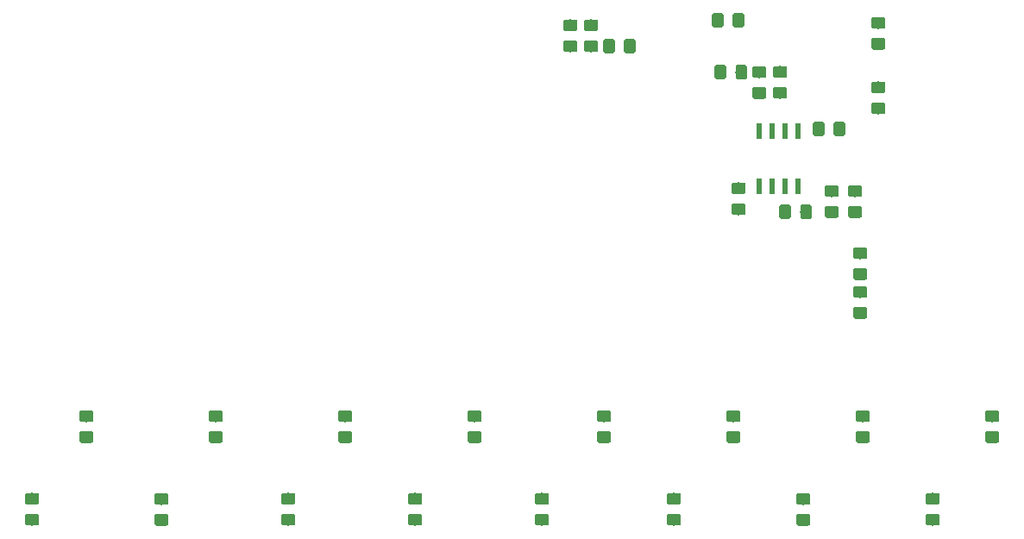
<source format=gbp>
G04 #@! TF.GenerationSoftware,KiCad,Pcbnew,(5.0.0)*
G04 #@! TF.CreationDate,2018-07-30T10:59:50+01:00*
G04 #@! TF.ProjectId,Mixer,4D697865722E6B696361645F70636200,rev?*
G04 #@! TF.SameCoordinates,Original*
G04 #@! TF.FileFunction,Paste,Bot*
G04 #@! TF.FilePolarity,Positive*
%FSLAX46Y46*%
G04 Gerber Fmt 4.6, Leading zero omitted, Abs format (unit mm)*
G04 Created by KiCad (PCBNEW (5.0.0)) date 07/30/18 10:59:50*
%MOMM*%
%LPD*%
G01*
G04 APERTURE LIST*
%ADD10C,0.100000*%
%ADD11C,1.150000*%
%ADD12R,0.600000X1.550000*%
G04 APERTURE END LIST*
D10*
G04 #@! TO.C,R13*
G36*
X131538505Y-32700204D02*
X131562773Y-32703804D01*
X131586572Y-32709765D01*
X131609671Y-32718030D01*
X131631850Y-32728520D01*
X131652893Y-32741132D01*
X131672599Y-32755747D01*
X131690777Y-32772223D01*
X131707253Y-32790401D01*
X131721868Y-32810107D01*
X131734480Y-32831150D01*
X131744970Y-32853329D01*
X131753235Y-32876428D01*
X131759196Y-32900227D01*
X131762796Y-32924495D01*
X131764000Y-32948999D01*
X131764000Y-33599001D01*
X131762796Y-33623505D01*
X131759196Y-33647773D01*
X131753235Y-33671572D01*
X131744970Y-33694671D01*
X131734480Y-33716850D01*
X131721868Y-33737893D01*
X131707253Y-33757599D01*
X131690777Y-33775777D01*
X131672599Y-33792253D01*
X131652893Y-33806868D01*
X131631850Y-33819480D01*
X131609671Y-33829970D01*
X131586572Y-33838235D01*
X131562773Y-33844196D01*
X131538505Y-33847796D01*
X131514001Y-33849000D01*
X130613999Y-33849000D01*
X130589495Y-33847796D01*
X130565227Y-33844196D01*
X130541428Y-33838235D01*
X130518329Y-33829970D01*
X130496150Y-33819480D01*
X130475107Y-33806868D01*
X130455401Y-33792253D01*
X130437223Y-33775777D01*
X130420747Y-33757599D01*
X130406132Y-33737893D01*
X130393520Y-33716850D01*
X130383030Y-33694671D01*
X130374765Y-33671572D01*
X130368804Y-33647773D01*
X130365204Y-33623505D01*
X130364000Y-33599001D01*
X130364000Y-32948999D01*
X130365204Y-32924495D01*
X130368804Y-32900227D01*
X130374765Y-32876428D01*
X130383030Y-32853329D01*
X130393520Y-32831150D01*
X130406132Y-32810107D01*
X130420747Y-32790401D01*
X130437223Y-32772223D01*
X130455401Y-32755747D01*
X130475107Y-32741132D01*
X130496150Y-32728520D01*
X130518329Y-32718030D01*
X130541428Y-32709765D01*
X130565227Y-32703804D01*
X130589495Y-32700204D01*
X130613999Y-32699000D01*
X131514001Y-32699000D01*
X131538505Y-32700204D01*
X131538505Y-32700204D01*
G37*
D11*
X131064000Y-33274000D03*
D10*
G36*
X131538505Y-34750204D02*
X131562773Y-34753804D01*
X131586572Y-34759765D01*
X131609671Y-34768030D01*
X131631850Y-34778520D01*
X131652893Y-34791132D01*
X131672599Y-34805747D01*
X131690777Y-34822223D01*
X131707253Y-34840401D01*
X131721868Y-34860107D01*
X131734480Y-34881150D01*
X131744970Y-34903329D01*
X131753235Y-34926428D01*
X131759196Y-34950227D01*
X131762796Y-34974495D01*
X131764000Y-34998999D01*
X131764000Y-35649001D01*
X131762796Y-35673505D01*
X131759196Y-35697773D01*
X131753235Y-35721572D01*
X131744970Y-35744671D01*
X131734480Y-35766850D01*
X131721868Y-35787893D01*
X131707253Y-35807599D01*
X131690777Y-35825777D01*
X131672599Y-35842253D01*
X131652893Y-35856868D01*
X131631850Y-35869480D01*
X131609671Y-35879970D01*
X131586572Y-35888235D01*
X131562773Y-35894196D01*
X131538505Y-35897796D01*
X131514001Y-35899000D01*
X130613999Y-35899000D01*
X130589495Y-35897796D01*
X130565227Y-35894196D01*
X130541428Y-35888235D01*
X130518329Y-35879970D01*
X130496150Y-35869480D01*
X130475107Y-35856868D01*
X130455401Y-35842253D01*
X130437223Y-35825777D01*
X130420747Y-35807599D01*
X130406132Y-35787893D01*
X130393520Y-35766850D01*
X130383030Y-35744671D01*
X130374765Y-35721572D01*
X130368804Y-35697773D01*
X130365204Y-35673505D01*
X130364000Y-35649001D01*
X130364000Y-34998999D01*
X130365204Y-34974495D01*
X130368804Y-34950227D01*
X130374765Y-34926428D01*
X130383030Y-34903329D01*
X130393520Y-34881150D01*
X130406132Y-34860107D01*
X130420747Y-34840401D01*
X130437223Y-34822223D01*
X130455401Y-34805747D01*
X130475107Y-34791132D01*
X130496150Y-34778520D01*
X130518329Y-34768030D01*
X130541428Y-34759765D01*
X130565227Y-34753804D01*
X130589495Y-34750204D01*
X130613999Y-34749000D01*
X131514001Y-34749000D01*
X131538505Y-34750204D01*
X131538505Y-34750204D01*
G37*
D11*
X131064000Y-35324000D03*
G04 #@! TD*
D10*
G04 #@! TO.C,C16*
G36*
X101312505Y-34986204D02*
X101336773Y-34989804D01*
X101360572Y-34995765D01*
X101383671Y-35004030D01*
X101405850Y-35014520D01*
X101426893Y-35027132D01*
X101446599Y-35041747D01*
X101464777Y-35058223D01*
X101481253Y-35076401D01*
X101495868Y-35096107D01*
X101508480Y-35117150D01*
X101518970Y-35139329D01*
X101527235Y-35162428D01*
X101533196Y-35186227D01*
X101536796Y-35210495D01*
X101538000Y-35234999D01*
X101538000Y-35885001D01*
X101536796Y-35909505D01*
X101533196Y-35933773D01*
X101527235Y-35957572D01*
X101518970Y-35980671D01*
X101508480Y-36002850D01*
X101495868Y-36023893D01*
X101481253Y-36043599D01*
X101464777Y-36061777D01*
X101446599Y-36078253D01*
X101426893Y-36092868D01*
X101405850Y-36105480D01*
X101383671Y-36115970D01*
X101360572Y-36124235D01*
X101336773Y-36130196D01*
X101312505Y-36133796D01*
X101288001Y-36135000D01*
X100387999Y-36135000D01*
X100363495Y-36133796D01*
X100339227Y-36130196D01*
X100315428Y-36124235D01*
X100292329Y-36115970D01*
X100270150Y-36105480D01*
X100249107Y-36092868D01*
X100229401Y-36078253D01*
X100211223Y-36061777D01*
X100194747Y-36043599D01*
X100180132Y-36023893D01*
X100167520Y-36002850D01*
X100157030Y-35980671D01*
X100148765Y-35957572D01*
X100142804Y-35933773D01*
X100139204Y-35909505D01*
X100138000Y-35885001D01*
X100138000Y-35234999D01*
X100139204Y-35210495D01*
X100142804Y-35186227D01*
X100148765Y-35162428D01*
X100157030Y-35139329D01*
X100167520Y-35117150D01*
X100180132Y-35096107D01*
X100194747Y-35076401D01*
X100211223Y-35058223D01*
X100229401Y-35041747D01*
X100249107Y-35027132D01*
X100270150Y-35014520D01*
X100292329Y-35004030D01*
X100315428Y-34995765D01*
X100339227Y-34989804D01*
X100363495Y-34986204D01*
X100387999Y-34985000D01*
X101288001Y-34985000D01*
X101312505Y-34986204D01*
X101312505Y-34986204D01*
G37*
D11*
X100838000Y-35560000D03*
D10*
G36*
X101312505Y-32936204D02*
X101336773Y-32939804D01*
X101360572Y-32945765D01*
X101383671Y-32954030D01*
X101405850Y-32964520D01*
X101426893Y-32977132D01*
X101446599Y-32991747D01*
X101464777Y-33008223D01*
X101481253Y-33026401D01*
X101495868Y-33046107D01*
X101508480Y-33067150D01*
X101518970Y-33089329D01*
X101527235Y-33112428D01*
X101533196Y-33136227D01*
X101536796Y-33160495D01*
X101538000Y-33184999D01*
X101538000Y-33835001D01*
X101536796Y-33859505D01*
X101533196Y-33883773D01*
X101527235Y-33907572D01*
X101518970Y-33930671D01*
X101508480Y-33952850D01*
X101495868Y-33973893D01*
X101481253Y-33993599D01*
X101464777Y-34011777D01*
X101446599Y-34028253D01*
X101426893Y-34042868D01*
X101405850Y-34055480D01*
X101383671Y-34065970D01*
X101360572Y-34074235D01*
X101336773Y-34080196D01*
X101312505Y-34083796D01*
X101288001Y-34085000D01*
X100387999Y-34085000D01*
X100363495Y-34083796D01*
X100339227Y-34080196D01*
X100315428Y-34074235D01*
X100292329Y-34065970D01*
X100270150Y-34055480D01*
X100249107Y-34042868D01*
X100229401Y-34028253D01*
X100211223Y-34011777D01*
X100194747Y-33993599D01*
X100180132Y-33973893D01*
X100167520Y-33952850D01*
X100157030Y-33930671D01*
X100148765Y-33907572D01*
X100142804Y-33883773D01*
X100139204Y-33859505D01*
X100138000Y-33835001D01*
X100138000Y-33184999D01*
X100139204Y-33160495D01*
X100142804Y-33136227D01*
X100148765Y-33112428D01*
X100157030Y-33089329D01*
X100167520Y-33067150D01*
X100180132Y-33046107D01*
X100194747Y-33026401D01*
X100211223Y-33008223D01*
X100229401Y-32991747D01*
X100249107Y-32977132D01*
X100270150Y-32964520D01*
X100292329Y-32954030D01*
X100315428Y-32945765D01*
X100339227Y-32939804D01*
X100363495Y-32936204D01*
X100387999Y-32935000D01*
X101288001Y-32935000D01*
X101312505Y-32936204D01*
X101312505Y-32936204D01*
G37*
D11*
X100838000Y-33510000D03*
G04 #@! TD*
D10*
G04 #@! TO.C,C15*
G36*
X121886505Y-39567204D02*
X121910773Y-39570804D01*
X121934572Y-39576765D01*
X121957671Y-39585030D01*
X121979850Y-39595520D01*
X122000893Y-39608132D01*
X122020599Y-39622747D01*
X122038777Y-39639223D01*
X122055253Y-39657401D01*
X122069868Y-39677107D01*
X122082480Y-39698150D01*
X122092970Y-39720329D01*
X122101235Y-39743428D01*
X122107196Y-39767227D01*
X122110796Y-39791495D01*
X122112000Y-39815999D01*
X122112000Y-40466001D01*
X122110796Y-40490505D01*
X122107196Y-40514773D01*
X122101235Y-40538572D01*
X122092970Y-40561671D01*
X122082480Y-40583850D01*
X122069868Y-40604893D01*
X122055253Y-40624599D01*
X122038777Y-40642777D01*
X122020599Y-40659253D01*
X122000893Y-40673868D01*
X121979850Y-40686480D01*
X121957671Y-40696970D01*
X121934572Y-40705235D01*
X121910773Y-40711196D01*
X121886505Y-40714796D01*
X121862001Y-40716000D01*
X120961999Y-40716000D01*
X120937495Y-40714796D01*
X120913227Y-40711196D01*
X120889428Y-40705235D01*
X120866329Y-40696970D01*
X120844150Y-40686480D01*
X120823107Y-40673868D01*
X120803401Y-40659253D01*
X120785223Y-40642777D01*
X120768747Y-40624599D01*
X120754132Y-40604893D01*
X120741520Y-40583850D01*
X120731030Y-40561671D01*
X120722765Y-40538572D01*
X120716804Y-40514773D01*
X120713204Y-40490505D01*
X120712000Y-40466001D01*
X120712000Y-39815999D01*
X120713204Y-39791495D01*
X120716804Y-39767227D01*
X120722765Y-39743428D01*
X120731030Y-39720329D01*
X120741520Y-39698150D01*
X120754132Y-39677107D01*
X120768747Y-39657401D01*
X120785223Y-39639223D01*
X120803401Y-39622747D01*
X120823107Y-39608132D01*
X120844150Y-39595520D01*
X120866329Y-39585030D01*
X120889428Y-39576765D01*
X120913227Y-39570804D01*
X120937495Y-39567204D01*
X120961999Y-39566000D01*
X121862001Y-39566000D01*
X121886505Y-39567204D01*
X121886505Y-39567204D01*
G37*
D11*
X121412000Y-40141000D03*
D10*
G36*
X121886505Y-37517204D02*
X121910773Y-37520804D01*
X121934572Y-37526765D01*
X121957671Y-37535030D01*
X121979850Y-37545520D01*
X122000893Y-37558132D01*
X122020599Y-37572747D01*
X122038777Y-37589223D01*
X122055253Y-37607401D01*
X122069868Y-37627107D01*
X122082480Y-37648150D01*
X122092970Y-37670329D01*
X122101235Y-37693428D01*
X122107196Y-37717227D01*
X122110796Y-37741495D01*
X122112000Y-37765999D01*
X122112000Y-38416001D01*
X122110796Y-38440505D01*
X122107196Y-38464773D01*
X122101235Y-38488572D01*
X122092970Y-38511671D01*
X122082480Y-38533850D01*
X122069868Y-38554893D01*
X122055253Y-38574599D01*
X122038777Y-38592777D01*
X122020599Y-38609253D01*
X122000893Y-38623868D01*
X121979850Y-38636480D01*
X121957671Y-38646970D01*
X121934572Y-38655235D01*
X121910773Y-38661196D01*
X121886505Y-38664796D01*
X121862001Y-38666000D01*
X120961999Y-38666000D01*
X120937495Y-38664796D01*
X120913227Y-38661196D01*
X120889428Y-38655235D01*
X120866329Y-38646970D01*
X120844150Y-38636480D01*
X120823107Y-38623868D01*
X120803401Y-38609253D01*
X120785223Y-38592777D01*
X120768747Y-38574599D01*
X120754132Y-38554893D01*
X120741520Y-38533850D01*
X120731030Y-38511671D01*
X120722765Y-38488572D01*
X120716804Y-38464773D01*
X120713204Y-38440505D01*
X120712000Y-38416001D01*
X120712000Y-37765999D01*
X120713204Y-37741495D01*
X120716804Y-37717227D01*
X120722765Y-37693428D01*
X120731030Y-37670329D01*
X120741520Y-37648150D01*
X120754132Y-37627107D01*
X120768747Y-37607401D01*
X120785223Y-37589223D01*
X120803401Y-37572747D01*
X120823107Y-37558132D01*
X120844150Y-37545520D01*
X120866329Y-37535030D01*
X120889428Y-37526765D01*
X120913227Y-37520804D01*
X120937495Y-37517204D01*
X120961999Y-37516000D01*
X121862001Y-37516000D01*
X121886505Y-37517204D01*
X121886505Y-37517204D01*
G37*
D11*
X121412000Y-38091000D03*
G04 #@! TD*
D10*
G04 #@! TO.C,C14*
G36*
X103344505Y-34986204D02*
X103368773Y-34989804D01*
X103392572Y-34995765D01*
X103415671Y-35004030D01*
X103437850Y-35014520D01*
X103458893Y-35027132D01*
X103478599Y-35041747D01*
X103496777Y-35058223D01*
X103513253Y-35076401D01*
X103527868Y-35096107D01*
X103540480Y-35117150D01*
X103550970Y-35139329D01*
X103559235Y-35162428D01*
X103565196Y-35186227D01*
X103568796Y-35210495D01*
X103570000Y-35234999D01*
X103570000Y-35885001D01*
X103568796Y-35909505D01*
X103565196Y-35933773D01*
X103559235Y-35957572D01*
X103550970Y-35980671D01*
X103540480Y-36002850D01*
X103527868Y-36023893D01*
X103513253Y-36043599D01*
X103496777Y-36061777D01*
X103478599Y-36078253D01*
X103458893Y-36092868D01*
X103437850Y-36105480D01*
X103415671Y-36115970D01*
X103392572Y-36124235D01*
X103368773Y-36130196D01*
X103344505Y-36133796D01*
X103320001Y-36135000D01*
X102419999Y-36135000D01*
X102395495Y-36133796D01*
X102371227Y-36130196D01*
X102347428Y-36124235D01*
X102324329Y-36115970D01*
X102302150Y-36105480D01*
X102281107Y-36092868D01*
X102261401Y-36078253D01*
X102243223Y-36061777D01*
X102226747Y-36043599D01*
X102212132Y-36023893D01*
X102199520Y-36002850D01*
X102189030Y-35980671D01*
X102180765Y-35957572D01*
X102174804Y-35933773D01*
X102171204Y-35909505D01*
X102170000Y-35885001D01*
X102170000Y-35234999D01*
X102171204Y-35210495D01*
X102174804Y-35186227D01*
X102180765Y-35162428D01*
X102189030Y-35139329D01*
X102199520Y-35117150D01*
X102212132Y-35096107D01*
X102226747Y-35076401D01*
X102243223Y-35058223D01*
X102261401Y-35041747D01*
X102281107Y-35027132D01*
X102302150Y-35014520D01*
X102324329Y-35004030D01*
X102347428Y-34995765D01*
X102371227Y-34989804D01*
X102395495Y-34986204D01*
X102419999Y-34985000D01*
X103320001Y-34985000D01*
X103344505Y-34986204D01*
X103344505Y-34986204D01*
G37*
D11*
X102870000Y-35560000D03*
D10*
G36*
X103344505Y-32936204D02*
X103368773Y-32939804D01*
X103392572Y-32945765D01*
X103415671Y-32954030D01*
X103437850Y-32964520D01*
X103458893Y-32977132D01*
X103478599Y-32991747D01*
X103496777Y-33008223D01*
X103513253Y-33026401D01*
X103527868Y-33046107D01*
X103540480Y-33067150D01*
X103550970Y-33089329D01*
X103559235Y-33112428D01*
X103565196Y-33136227D01*
X103568796Y-33160495D01*
X103570000Y-33184999D01*
X103570000Y-33835001D01*
X103568796Y-33859505D01*
X103565196Y-33883773D01*
X103559235Y-33907572D01*
X103550970Y-33930671D01*
X103540480Y-33952850D01*
X103527868Y-33973893D01*
X103513253Y-33993599D01*
X103496777Y-34011777D01*
X103478599Y-34028253D01*
X103458893Y-34042868D01*
X103437850Y-34055480D01*
X103415671Y-34065970D01*
X103392572Y-34074235D01*
X103368773Y-34080196D01*
X103344505Y-34083796D01*
X103320001Y-34085000D01*
X102419999Y-34085000D01*
X102395495Y-34083796D01*
X102371227Y-34080196D01*
X102347428Y-34074235D01*
X102324329Y-34065970D01*
X102302150Y-34055480D01*
X102281107Y-34042868D01*
X102261401Y-34028253D01*
X102243223Y-34011777D01*
X102226747Y-33993599D01*
X102212132Y-33973893D01*
X102199520Y-33952850D01*
X102189030Y-33930671D01*
X102180765Y-33907572D01*
X102174804Y-33883773D01*
X102171204Y-33859505D01*
X102170000Y-33835001D01*
X102170000Y-33184999D01*
X102171204Y-33160495D01*
X102174804Y-33136227D01*
X102180765Y-33112428D01*
X102189030Y-33089329D01*
X102199520Y-33067150D01*
X102212132Y-33046107D01*
X102226747Y-33026401D01*
X102243223Y-33008223D01*
X102261401Y-32991747D01*
X102281107Y-32977132D01*
X102302150Y-32964520D01*
X102324329Y-32954030D01*
X102347428Y-32945765D01*
X102371227Y-32939804D01*
X102395495Y-32936204D01*
X102419999Y-32935000D01*
X103320001Y-32935000D01*
X103344505Y-32936204D01*
X103344505Y-32936204D01*
G37*
D11*
X102870000Y-33510000D03*
G04 #@! TD*
D10*
G04 #@! TO.C,C13*
G36*
X119854505Y-39576204D02*
X119878773Y-39579804D01*
X119902572Y-39585765D01*
X119925671Y-39594030D01*
X119947850Y-39604520D01*
X119968893Y-39617132D01*
X119988599Y-39631747D01*
X120006777Y-39648223D01*
X120023253Y-39666401D01*
X120037868Y-39686107D01*
X120050480Y-39707150D01*
X120060970Y-39729329D01*
X120069235Y-39752428D01*
X120075196Y-39776227D01*
X120078796Y-39800495D01*
X120080000Y-39824999D01*
X120080000Y-40475001D01*
X120078796Y-40499505D01*
X120075196Y-40523773D01*
X120069235Y-40547572D01*
X120060970Y-40570671D01*
X120050480Y-40592850D01*
X120037868Y-40613893D01*
X120023253Y-40633599D01*
X120006777Y-40651777D01*
X119988599Y-40668253D01*
X119968893Y-40682868D01*
X119947850Y-40695480D01*
X119925671Y-40705970D01*
X119902572Y-40714235D01*
X119878773Y-40720196D01*
X119854505Y-40723796D01*
X119830001Y-40725000D01*
X118929999Y-40725000D01*
X118905495Y-40723796D01*
X118881227Y-40720196D01*
X118857428Y-40714235D01*
X118834329Y-40705970D01*
X118812150Y-40695480D01*
X118791107Y-40682868D01*
X118771401Y-40668253D01*
X118753223Y-40651777D01*
X118736747Y-40633599D01*
X118722132Y-40613893D01*
X118709520Y-40592850D01*
X118699030Y-40570671D01*
X118690765Y-40547572D01*
X118684804Y-40523773D01*
X118681204Y-40499505D01*
X118680000Y-40475001D01*
X118680000Y-39824999D01*
X118681204Y-39800495D01*
X118684804Y-39776227D01*
X118690765Y-39752428D01*
X118699030Y-39729329D01*
X118709520Y-39707150D01*
X118722132Y-39686107D01*
X118736747Y-39666401D01*
X118753223Y-39648223D01*
X118771401Y-39631747D01*
X118791107Y-39617132D01*
X118812150Y-39604520D01*
X118834329Y-39594030D01*
X118857428Y-39585765D01*
X118881227Y-39579804D01*
X118905495Y-39576204D01*
X118929999Y-39575000D01*
X119830001Y-39575000D01*
X119854505Y-39576204D01*
X119854505Y-39576204D01*
G37*
D11*
X119380000Y-40150000D03*
D10*
G36*
X119854505Y-37526204D02*
X119878773Y-37529804D01*
X119902572Y-37535765D01*
X119925671Y-37544030D01*
X119947850Y-37554520D01*
X119968893Y-37567132D01*
X119988599Y-37581747D01*
X120006777Y-37598223D01*
X120023253Y-37616401D01*
X120037868Y-37636107D01*
X120050480Y-37657150D01*
X120060970Y-37679329D01*
X120069235Y-37702428D01*
X120075196Y-37726227D01*
X120078796Y-37750495D01*
X120080000Y-37774999D01*
X120080000Y-38425001D01*
X120078796Y-38449505D01*
X120075196Y-38473773D01*
X120069235Y-38497572D01*
X120060970Y-38520671D01*
X120050480Y-38542850D01*
X120037868Y-38563893D01*
X120023253Y-38583599D01*
X120006777Y-38601777D01*
X119988599Y-38618253D01*
X119968893Y-38632868D01*
X119947850Y-38645480D01*
X119925671Y-38655970D01*
X119902572Y-38664235D01*
X119878773Y-38670196D01*
X119854505Y-38673796D01*
X119830001Y-38675000D01*
X118929999Y-38675000D01*
X118905495Y-38673796D01*
X118881227Y-38670196D01*
X118857428Y-38664235D01*
X118834329Y-38655970D01*
X118812150Y-38645480D01*
X118791107Y-38632868D01*
X118771401Y-38618253D01*
X118753223Y-38601777D01*
X118736747Y-38583599D01*
X118722132Y-38563893D01*
X118709520Y-38542850D01*
X118699030Y-38520671D01*
X118690765Y-38497572D01*
X118684804Y-38473773D01*
X118681204Y-38449505D01*
X118680000Y-38425001D01*
X118680000Y-37774999D01*
X118681204Y-37750495D01*
X118684804Y-37726227D01*
X118690765Y-37702428D01*
X118699030Y-37679329D01*
X118709520Y-37657150D01*
X118722132Y-37636107D01*
X118736747Y-37616401D01*
X118753223Y-37598223D01*
X118771401Y-37581747D01*
X118791107Y-37567132D01*
X118812150Y-37554520D01*
X118834329Y-37544030D01*
X118857428Y-37535765D01*
X118881227Y-37529804D01*
X118905495Y-37526204D01*
X118929999Y-37525000D01*
X119830001Y-37525000D01*
X119854505Y-37526204D01*
X119854505Y-37526204D01*
G37*
D11*
X119380000Y-38100000D03*
G04 #@! TD*
D10*
G04 #@! TO.C,L1*
G36*
X115919505Y-37401204D02*
X115943773Y-37404804D01*
X115967572Y-37410765D01*
X115990671Y-37419030D01*
X116012850Y-37429520D01*
X116033893Y-37442132D01*
X116053599Y-37456747D01*
X116071777Y-37473223D01*
X116088253Y-37491401D01*
X116102868Y-37511107D01*
X116115480Y-37532150D01*
X116125970Y-37554329D01*
X116134235Y-37577428D01*
X116140196Y-37601227D01*
X116143796Y-37625495D01*
X116145000Y-37649999D01*
X116145000Y-38550001D01*
X116143796Y-38574505D01*
X116140196Y-38598773D01*
X116134235Y-38622572D01*
X116125970Y-38645671D01*
X116115480Y-38667850D01*
X116102868Y-38688893D01*
X116088253Y-38708599D01*
X116071777Y-38726777D01*
X116053599Y-38743253D01*
X116033893Y-38757868D01*
X116012850Y-38770480D01*
X115990671Y-38780970D01*
X115967572Y-38789235D01*
X115943773Y-38795196D01*
X115919505Y-38798796D01*
X115895001Y-38800000D01*
X115244999Y-38800000D01*
X115220495Y-38798796D01*
X115196227Y-38795196D01*
X115172428Y-38789235D01*
X115149329Y-38780970D01*
X115127150Y-38770480D01*
X115106107Y-38757868D01*
X115086401Y-38743253D01*
X115068223Y-38726777D01*
X115051747Y-38708599D01*
X115037132Y-38688893D01*
X115024520Y-38667850D01*
X115014030Y-38645671D01*
X115005765Y-38622572D01*
X114999804Y-38598773D01*
X114996204Y-38574505D01*
X114995000Y-38550001D01*
X114995000Y-37649999D01*
X114996204Y-37625495D01*
X114999804Y-37601227D01*
X115005765Y-37577428D01*
X115014030Y-37554329D01*
X115024520Y-37532150D01*
X115037132Y-37511107D01*
X115051747Y-37491401D01*
X115068223Y-37473223D01*
X115086401Y-37456747D01*
X115106107Y-37442132D01*
X115127150Y-37429520D01*
X115149329Y-37419030D01*
X115172428Y-37410765D01*
X115196227Y-37404804D01*
X115220495Y-37401204D01*
X115244999Y-37400000D01*
X115895001Y-37400000D01*
X115919505Y-37401204D01*
X115919505Y-37401204D01*
G37*
D11*
X115570000Y-38100000D03*
D10*
G36*
X117969505Y-37401204D02*
X117993773Y-37404804D01*
X118017572Y-37410765D01*
X118040671Y-37419030D01*
X118062850Y-37429520D01*
X118083893Y-37442132D01*
X118103599Y-37456747D01*
X118121777Y-37473223D01*
X118138253Y-37491401D01*
X118152868Y-37511107D01*
X118165480Y-37532150D01*
X118175970Y-37554329D01*
X118184235Y-37577428D01*
X118190196Y-37601227D01*
X118193796Y-37625495D01*
X118195000Y-37649999D01*
X118195000Y-38550001D01*
X118193796Y-38574505D01*
X118190196Y-38598773D01*
X118184235Y-38622572D01*
X118175970Y-38645671D01*
X118165480Y-38667850D01*
X118152868Y-38688893D01*
X118138253Y-38708599D01*
X118121777Y-38726777D01*
X118103599Y-38743253D01*
X118083893Y-38757868D01*
X118062850Y-38770480D01*
X118040671Y-38780970D01*
X118017572Y-38789235D01*
X117993773Y-38795196D01*
X117969505Y-38798796D01*
X117945001Y-38800000D01*
X117294999Y-38800000D01*
X117270495Y-38798796D01*
X117246227Y-38795196D01*
X117222428Y-38789235D01*
X117199329Y-38780970D01*
X117177150Y-38770480D01*
X117156107Y-38757868D01*
X117136401Y-38743253D01*
X117118223Y-38726777D01*
X117101747Y-38708599D01*
X117087132Y-38688893D01*
X117074520Y-38667850D01*
X117064030Y-38645671D01*
X117055765Y-38622572D01*
X117049804Y-38598773D01*
X117046204Y-38574505D01*
X117045000Y-38550001D01*
X117045000Y-37649999D01*
X117046204Y-37625495D01*
X117049804Y-37601227D01*
X117055765Y-37577428D01*
X117064030Y-37554329D01*
X117074520Y-37532150D01*
X117087132Y-37511107D01*
X117101747Y-37491401D01*
X117118223Y-37473223D01*
X117136401Y-37456747D01*
X117156107Y-37442132D01*
X117177150Y-37429520D01*
X117199329Y-37419030D01*
X117222428Y-37410765D01*
X117246227Y-37404804D01*
X117270495Y-37401204D01*
X117294999Y-37400000D01*
X117945001Y-37400000D01*
X117969505Y-37401204D01*
X117969505Y-37401204D01*
G37*
D11*
X117620000Y-38100000D03*
G04 #@! TD*
D10*
G04 #@! TO.C,L2*
G36*
X104979505Y-34861204D02*
X105003773Y-34864804D01*
X105027572Y-34870765D01*
X105050671Y-34879030D01*
X105072850Y-34889520D01*
X105093893Y-34902132D01*
X105113599Y-34916747D01*
X105131777Y-34933223D01*
X105148253Y-34951401D01*
X105162868Y-34971107D01*
X105175480Y-34992150D01*
X105185970Y-35014329D01*
X105194235Y-35037428D01*
X105200196Y-35061227D01*
X105203796Y-35085495D01*
X105205000Y-35109999D01*
X105205000Y-36010001D01*
X105203796Y-36034505D01*
X105200196Y-36058773D01*
X105194235Y-36082572D01*
X105185970Y-36105671D01*
X105175480Y-36127850D01*
X105162868Y-36148893D01*
X105148253Y-36168599D01*
X105131777Y-36186777D01*
X105113599Y-36203253D01*
X105093893Y-36217868D01*
X105072850Y-36230480D01*
X105050671Y-36240970D01*
X105027572Y-36249235D01*
X105003773Y-36255196D01*
X104979505Y-36258796D01*
X104955001Y-36260000D01*
X104304999Y-36260000D01*
X104280495Y-36258796D01*
X104256227Y-36255196D01*
X104232428Y-36249235D01*
X104209329Y-36240970D01*
X104187150Y-36230480D01*
X104166107Y-36217868D01*
X104146401Y-36203253D01*
X104128223Y-36186777D01*
X104111747Y-36168599D01*
X104097132Y-36148893D01*
X104084520Y-36127850D01*
X104074030Y-36105671D01*
X104065765Y-36082572D01*
X104059804Y-36058773D01*
X104056204Y-36034505D01*
X104055000Y-36010001D01*
X104055000Y-35109999D01*
X104056204Y-35085495D01*
X104059804Y-35061227D01*
X104065765Y-35037428D01*
X104074030Y-35014329D01*
X104084520Y-34992150D01*
X104097132Y-34971107D01*
X104111747Y-34951401D01*
X104128223Y-34933223D01*
X104146401Y-34916747D01*
X104166107Y-34902132D01*
X104187150Y-34889520D01*
X104209329Y-34879030D01*
X104232428Y-34870765D01*
X104256227Y-34864804D01*
X104280495Y-34861204D01*
X104304999Y-34860000D01*
X104955001Y-34860000D01*
X104979505Y-34861204D01*
X104979505Y-34861204D01*
G37*
D11*
X104630000Y-35560000D03*
D10*
G36*
X107029505Y-34861204D02*
X107053773Y-34864804D01*
X107077572Y-34870765D01*
X107100671Y-34879030D01*
X107122850Y-34889520D01*
X107143893Y-34902132D01*
X107163599Y-34916747D01*
X107181777Y-34933223D01*
X107198253Y-34951401D01*
X107212868Y-34971107D01*
X107225480Y-34992150D01*
X107235970Y-35014329D01*
X107244235Y-35037428D01*
X107250196Y-35061227D01*
X107253796Y-35085495D01*
X107255000Y-35109999D01*
X107255000Y-36010001D01*
X107253796Y-36034505D01*
X107250196Y-36058773D01*
X107244235Y-36082572D01*
X107235970Y-36105671D01*
X107225480Y-36127850D01*
X107212868Y-36148893D01*
X107198253Y-36168599D01*
X107181777Y-36186777D01*
X107163599Y-36203253D01*
X107143893Y-36217868D01*
X107122850Y-36230480D01*
X107100671Y-36240970D01*
X107077572Y-36249235D01*
X107053773Y-36255196D01*
X107029505Y-36258796D01*
X107005001Y-36260000D01*
X106354999Y-36260000D01*
X106330495Y-36258796D01*
X106306227Y-36255196D01*
X106282428Y-36249235D01*
X106259329Y-36240970D01*
X106237150Y-36230480D01*
X106216107Y-36217868D01*
X106196401Y-36203253D01*
X106178223Y-36186777D01*
X106161747Y-36168599D01*
X106147132Y-36148893D01*
X106134520Y-36127850D01*
X106124030Y-36105671D01*
X106115765Y-36082572D01*
X106109804Y-36058773D01*
X106106204Y-36034505D01*
X106105000Y-36010001D01*
X106105000Y-35109999D01*
X106106204Y-35085495D01*
X106109804Y-35061227D01*
X106115765Y-35037428D01*
X106124030Y-35014329D01*
X106134520Y-34992150D01*
X106147132Y-34971107D01*
X106161747Y-34951401D01*
X106178223Y-34933223D01*
X106196401Y-34916747D01*
X106216107Y-34902132D01*
X106237150Y-34889520D01*
X106259329Y-34879030D01*
X106282428Y-34870765D01*
X106306227Y-34864804D01*
X106330495Y-34861204D01*
X106354999Y-34860000D01*
X107005001Y-34860000D01*
X107029505Y-34861204D01*
X107029505Y-34861204D01*
G37*
D11*
X106680000Y-35560000D03*
G04 #@! TD*
D10*
G04 #@! TO.C,L3*
G36*
X115647505Y-32321204D02*
X115671773Y-32324804D01*
X115695572Y-32330765D01*
X115718671Y-32339030D01*
X115740850Y-32349520D01*
X115761893Y-32362132D01*
X115781599Y-32376747D01*
X115799777Y-32393223D01*
X115816253Y-32411401D01*
X115830868Y-32431107D01*
X115843480Y-32452150D01*
X115853970Y-32474329D01*
X115862235Y-32497428D01*
X115868196Y-32521227D01*
X115871796Y-32545495D01*
X115873000Y-32569999D01*
X115873000Y-33470001D01*
X115871796Y-33494505D01*
X115868196Y-33518773D01*
X115862235Y-33542572D01*
X115853970Y-33565671D01*
X115843480Y-33587850D01*
X115830868Y-33608893D01*
X115816253Y-33628599D01*
X115799777Y-33646777D01*
X115781599Y-33663253D01*
X115761893Y-33677868D01*
X115740850Y-33690480D01*
X115718671Y-33700970D01*
X115695572Y-33709235D01*
X115671773Y-33715196D01*
X115647505Y-33718796D01*
X115623001Y-33720000D01*
X114972999Y-33720000D01*
X114948495Y-33718796D01*
X114924227Y-33715196D01*
X114900428Y-33709235D01*
X114877329Y-33700970D01*
X114855150Y-33690480D01*
X114834107Y-33677868D01*
X114814401Y-33663253D01*
X114796223Y-33646777D01*
X114779747Y-33628599D01*
X114765132Y-33608893D01*
X114752520Y-33587850D01*
X114742030Y-33565671D01*
X114733765Y-33542572D01*
X114727804Y-33518773D01*
X114724204Y-33494505D01*
X114723000Y-33470001D01*
X114723000Y-32569999D01*
X114724204Y-32545495D01*
X114727804Y-32521227D01*
X114733765Y-32497428D01*
X114742030Y-32474329D01*
X114752520Y-32452150D01*
X114765132Y-32431107D01*
X114779747Y-32411401D01*
X114796223Y-32393223D01*
X114814401Y-32376747D01*
X114834107Y-32362132D01*
X114855150Y-32349520D01*
X114877329Y-32339030D01*
X114900428Y-32330765D01*
X114924227Y-32324804D01*
X114948495Y-32321204D01*
X114972999Y-32320000D01*
X115623001Y-32320000D01*
X115647505Y-32321204D01*
X115647505Y-32321204D01*
G37*
D11*
X115298000Y-33020000D03*
D10*
G36*
X117697505Y-32321204D02*
X117721773Y-32324804D01*
X117745572Y-32330765D01*
X117768671Y-32339030D01*
X117790850Y-32349520D01*
X117811893Y-32362132D01*
X117831599Y-32376747D01*
X117849777Y-32393223D01*
X117866253Y-32411401D01*
X117880868Y-32431107D01*
X117893480Y-32452150D01*
X117903970Y-32474329D01*
X117912235Y-32497428D01*
X117918196Y-32521227D01*
X117921796Y-32545495D01*
X117923000Y-32569999D01*
X117923000Y-33470001D01*
X117921796Y-33494505D01*
X117918196Y-33518773D01*
X117912235Y-33542572D01*
X117903970Y-33565671D01*
X117893480Y-33587850D01*
X117880868Y-33608893D01*
X117866253Y-33628599D01*
X117849777Y-33646777D01*
X117831599Y-33663253D01*
X117811893Y-33677868D01*
X117790850Y-33690480D01*
X117768671Y-33700970D01*
X117745572Y-33709235D01*
X117721773Y-33715196D01*
X117697505Y-33718796D01*
X117673001Y-33720000D01*
X117022999Y-33720000D01*
X116998495Y-33718796D01*
X116974227Y-33715196D01*
X116950428Y-33709235D01*
X116927329Y-33700970D01*
X116905150Y-33690480D01*
X116884107Y-33677868D01*
X116864401Y-33663253D01*
X116846223Y-33646777D01*
X116829747Y-33628599D01*
X116815132Y-33608893D01*
X116802520Y-33587850D01*
X116792030Y-33565671D01*
X116783765Y-33542572D01*
X116777804Y-33518773D01*
X116774204Y-33494505D01*
X116773000Y-33470001D01*
X116773000Y-32569999D01*
X116774204Y-32545495D01*
X116777804Y-32521227D01*
X116783765Y-32497428D01*
X116792030Y-32474329D01*
X116802520Y-32452150D01*
X116815132Y-32431107D01*
X116829747Y-32411401D01*
X116846223Y-32393223D01*
X116864401Y-32376747D01*
X116884107Y-32362132D01*
X116905150Y-32349520D01*
X116927329Y-32339030D01*
X116950428Y-32330765D01*
X116974227Y-32324804D01*
X116998495Y-32321204D01*
X117022999Y-32320000D01*
X117673001Y-32320000D01*
X117697505Y-32321204D01*
X117697505Y-32321204D01*
G37*
D11*
X117348000Y-33020000D03*
G04 #@! TD*
D10*
G04 #@! TO.C,C12*
G36*
X131538505Y-39032204D02*
X131562773Y-39035804D01*
X131586572Y-39041765D01*
X131609671Y-39050030D01*
X131631850Y-39060520D01*
X131652893Y-39073132D01*
X131672599Y-39087747D01*
X131690777Y-39104223D01*
X131707253Y-39122401D01*
X131721868Y-39142107D01*
X131734480Y-39163150D01*
X131744970Y-39185329D01*
X131753235Y-39208428D01*
X131759196Y-39232227D01*
X131762796Y-39256495D01*
X131764000Y-39280999D01*
X131764000Y-39931001D01*
X131762796Y-39955505D01*
X131759196Y-39979773D01*
X131753235Y-40003572D01*
X131744970Y-40026671D01*
X131734480Y-40048850D01*
X131721868Y-40069893D01*
X131707253Y-40089599D01*
X131690777Y-40107777D01*
X131672599Y-40124253D01*
X131652893Y-40138868D01*
X131631850Y-40151480D01*
X131609671Y-40161970D01*
X131586572Y-40170235D01*
X131562773Y-40176196D01*
X131538505Y-40179796D01*
X131514001Y-40181000D01*
X130613999Y-40181000D01*
X130589495Y-40179796D01*
X130565227Y-40176196D01*
X130541428Y-40170235D01*
X130518329Y-40161970D01*
X130496150Y-40151480D01*
X130475107Y-40138868D01*
X130455401Y-40124253D01*
X130437223Y-40107777D01*
X130420747Y-40089599D01*
X130406132Y-40069893D01*
X130393520Y-40048850D01*
X130383030Y-40026671D01*
X130374765Y-40003572D01*
X130368804Y-39979773D01*
X130365204Y-39955505D01*
X130364000Y-39931001D01*
X130364000Y-39280999D01*
X130365204Y-39256495D01*
X130368804Y-39232227D01*
X130374765Y-39208428D01*
X130383030Y-39185329D01*
X130393520Y-39163150D01*
X130406132Y-39142107D01*
X130420747Y-39122401D01*
X130437223Y-39104223D01*
X130455401Y-39087747D01*
X130475107Y-39073132D01*
X130496150Y-39060520D01*
X130518329Y-39050030D01*
X130541428Y-39041765D01*
X130565227Y-39035804D01*
X130589495Y-39032204D01*
X130613999Y-39031000D01*
X131514001Y-39031000D01*
X131538505Y-39032204D01*
X131538505Y-39032204D01*
G37*
D11*
X131064000Y-39606000D03*
D10*
G36*
X131538505Y-41082204D02*
X131562773Y-41085804D01*
X131586572Y-41091765D01*
X131609671Y-41100030D01*
X131631850Y-41110520D01*
X131652893Y-41123132D01*
X131672599Y-41137747D01*
X131690777Y-41154223D01*
X131707253Y-41172401D01*
X131721868Y-41192107D01*
X131734480Y-41213150D01*
X131744970Y-41235329D01*
X131753235Y-41258428D01*
X131759196Y-41282227D01*
X131762796Y-41306495D01*
X131764000Y-41330999D01*
X131764000Y-41981001D01*
X131762796Y-42005505D01*
X131759196Y-42029773D01*
X131753235Y-42053572D01*
X131744970Y-42076671D01*
X131734480Y-42098850D01*
X131721868Y-42119893D01*
X131707253Y-42139599D01*
X131690777Y-42157777D01*
X131672599Y-42174253D01*
X131652893Y-42188868D01*
X131631850Y-42201480D01*
X131609671Y-42211970D01*
X131586572Y-42220235D01*
X131562773Y-42226196D01*
X131538505Y-42229796D01*
X131514001Y-42231000D01*
X130613999Y-42231000D01*
X130589495Y-42229796D01*
X130565227Y-42226196D01*
X130541428Y-42220235D01*
X130518329Y-42211970D01*
X130496150Y-42201480D01*
X130475107Y-42188868D01*
X130455401Y-42174253D01*
X130437223Y-42157777D01*
X130420747Y-42139599D01*
X130406132Y-42119893D01*
X130393520Y-42098850D01*
X130383030Y-42076671D01*
X130374765Y-42053572D01*
X130368804Y-42029773D01*
X130365204Y-42005505D01*
X130364000Y-41981001D01*
X130364000Y-41330999D01*
X130365204Y-41306495D01*
X130368804Y-41282227D01*
X130374765Y-41258428D01*
X130383030Y-41235329D01*
X130393520Y-41213150D01*
X130406132Y-41192107D01*
X130420747Y-41172401D01*
X130437223Y-41154223D01*
X130455401Y-41137747D01*
X130475107Y-41123132D01*
X130496150Y-41110520D01*
X130518329Y-41100030D01*
X130541428Y-41091765D01*
X130565227Y-41085804D01*
X130589495Y-41082204D01*
X130613999Y-41081000D01*
X131514001Y-41081000D01*
X131538505Y-41082204D01*
X131538505Y-41082204D01*
G37*
D11*
X131064000Y-41656000D03*
G04 #@! TD*
D10*
G04 #@! TO.C,C11*
G36*
X126966505Y-49210204D02*
X126990773Y-49213804D01*
X127014572Y-49219765D01*
X127037671Y-49228030D01*
X127059850Y-49238520D01*
X127080893Y-49251132D01*
X127100599Y-49265747D01*
X127118777Y-49282223D01*
X127135253Y-49300401D01*
X127149868Y-49320107D01*
X127162480Y-49341150D01*
X127172970Y-49363329D01*
X127181235Y-49386428D01*
X127187196Y-49410227D01*
X127190796Y-49434495D01*
X127192000Y-49458999D01*
X127192000Y-50109001D01*
X127190796Y-50133505D01*
X127187196Y-50157773D01*
X127181235Y-50181572D01*
X127172970Y-50204671D01*
X127162480Y-50226850D01*
X127149868Y-50247893D01*
X127135253Y-50267599D01*
X127118777Y-50285777D01*
X127100599Y-50302253D01*
X127080893Y-50316868D01*
X127059850Y-50329480D01*
X127037671Y-50339970D01*
X127014572Y-50348235D01*
X126990773Y-50354196D01*
X126966505Y-50357796D01*
X126942001Y-50359000D01*
X126041999Y-50359000D01*
X126017495Y-50357796D01*
X125993227Y-50354196D01*
X125969428Y-50348235D01*
X125946329Y-50339970D01*
X125924150Y-50329480D01*
X125903107Y-50316868D01*
X125883401Y-50302253D01*
X125865223Y-50285777D01*
X125848747Y-50267599D01*
X125834132Y-50247893D01*
X125821520Y-50226850D01*
X125811030Y-50204671D01*
X125802765Y-50181572D01*
X125796804Y-50157773D01*
X125793204Y-50133505D01*
X125792000Y-50109001D01*
X125792000Y-49458999D01*
X125793204Y-49434495D01*
X125796804Y-49410227D01*
X125802765Y-49386428D01*
X125811030Y-49363329D01*
X125821520Y-49341150D01*
X125834132Y-49320107D01*
X125848747Y-49300401D01*
X125865223Y-49282223D01*
X125883401Y-49265747D01*
X125903107Y-49251132D01*
X125924150Y-49238520D01*
X125946329Y-49228030D01*
X125969428Y-49219765D01*
X125993227Y-49213804D01*
X126017495Y-49210204D01*
X126041999Y-49209000D01*
X126942001Y-49209000D01*
X126966505Y-49210204D01*
X126966505Y-49210204D01*
G37*
D11*
X126492000Y-49784000D03*
D10*
G36*
X126966505Y-51260204D02*
X126990773Y-51263804D01*
X127014572Y-51269765D01*
X127037671Y-51278030D01*
X127059850Y-51288520D01*
X127080893Y-51301132D01*
X127100599Y-51315747D01*
X127118777Y-51332223D01*
X127135253Y-51350401D01*
X127149868Y-51370107D01*
X127162480Y-51391150D01*
X127172970Y-51413329D01*
X127181235Y-51436428D01*
X127187196Y-51460227D01*
X127190796Y-51484495D01*
X127192000Y-51508999D01*
X127192000Y-52159001D01*
X127190796Y-52183505D01*
X127187196Y-52207773D01*
X127181235Y-52231572D01*
X127172970Y-52254671D01*
X127162480Y-52276850D01*
X127149868Y-52297893D01*
X127135253Y-52317599D01*
X127118777Y-52335777D01*
X127100599Y-52352253D01*
X127080893Y-52366868D01*
X127059850Y-52379480D01*
X127037671Y-52389970D01*
X127014572Y-52398235D01*
X126990773Y-52404196D01*
X126966505Y-52407796D01*
X126942001Y-52409000D01*
X126041999Y-52409000D01*
X126017495Y-52407796D01*
X125993227Y-52404196D01*
X125969428Y-52398235D01*
X125946329Y-52389970D01*
X125924150Y-52379480D01*
X125903107Y-52366868D01*
X125883401Y-52352253D01*
X125865223Y-52335777D01*
X125848747Y-52317599D01*
X125834132Y-52297893D01*
X125821520Y-52276850D01*
X125811030Y-52254671D01*
X125802765Y-52231572D01*
X125796804Y-52207773D01*
X125793204Y-52183505D01*
X125792000Y-52159001D01*
X125792000Y-51508999D01*
X125793204Y-51484495D01*
X125796804Y-51460227D01*
X125802765Y-51436428D01*
X125811030Y-51413329D01*
X125821520Y-51391150D01*
X125834132Y-51370107D01*
X125848747Y-51350401D01*
X125865223Y-51332223D01*
X125883401Y-51315747D01*
X125903107Y-51301132D01*
X125924150Y-51288520D01*
X125946329Y-51278030D01*
X125969428Y-51269765D01*
X125993227Y-51263804D01*
X126017495Y-51260204D01*
X126041999Y-51259000D01*
X126942001Y-51259000D01*
X126966505Y-51260204D01*
X126966505Y-51260204D01*
G37*
D11*
X126492000Y-51834000D03*
G04 #@! TD*
D10*
G04 #@! TO.C,C10*
G36*
X117822505Y-48938204D02*
X117846773Y-48941804D01*
X117870572Y-48947765D01*
X117893671Y-48956030D01*
X117915850Y-48966520D01*
X117936893Y-48979132D01*
X117956599Y-48993747D01*
X117974777Y-49010223D01*
X117991253Y-49028401D01*
X118005868Y-49048107D01*
X118018480Y-49069150D01*
X118028970Y-49091329D01*
X118037235Y-49114428D01*
X118043196Y-49138227D01*
X118046796Y-49162495D01*
X118048000Y-49186999D01*
X118048000Y-49837001D01*
X118046796Y-49861505D01*
X118043196Y-49885773D01*
X118037235Y-49909572D01*
X118028970Y-49932671D01*
X118018480Y-49954850D01*
X118005868Y-49975893D01*
X117991253Y-49995599D01*
X117974777Y-50013777D01*
X117956599Y-50030253D01*
X117936893Y-50044868D01*
X117915850Y-50057480D01*
X117893671Y-50067970D01*
X117870572Y-50076235D01*
X117846773Y-50082196D01*
X117822505Y-50085796D01*
X117798001Y-50087000D01*
X116897999Y-50087000D01*
X116873495Y-50085796D01*
X116849227Y-50082196D01*
X116825428Y-50076235D01*
X116802329Y-50067970D01*
X116780150Y-50057480D01*
X116759107Y-50044868D01*
X116739401Y-50030253D01*
X116721223Y-50013777D01*
X116704747Y-49995599D01*
X116690132Y-49975893D01*
X116677520Y-49954850D01*
X116667030Y-49932671D01*
X116658765Y-49909572D01*
X116652804Y-49885773D01*
X116649204Y-49861505D01*
X116648000Y-49837001D01*
X116648000Y-49186999D01*
X116649204Y-49162495D01*
X116652804Y-49138227D01*
X116658765Y-49114428D01*
X116667030Y-49091329D01*
X116677520Y-49069150D01*
X116690132Y-49048107D01*
X116704747Y-49028401D01*
X116721223Y-49010223D01*
X116739401Y-48993747D01*
X116759107Y-48979132D01*
X116780150Y-48966520D01*
X116802329Y-48956030D01*
X116825428Y-48947765D01*
X116849227Y-48941804D01*
X116873495Y-48938204D01*
X116897999Y-48937000D01*
X117798001Y-48937000D01*
X117822505Y-48938204D01*
X117822505Y-48938204D01*
G37*
D11*
X117348000Y-49512000D03*
D10*
G36*
X117822505Y-50988204D02*
X117846773Y-50991804D01*
X117870572Y-50997765D01*
X117893671Y-51006030D01*
X117915850Y-51016520D01*
X117936893Y-51029132D01*
X117956599Y-51043747D01*
X117974777Y-51060223D01*
X117991253Y-51078401D01*
X118005868Y-51098107D01*
X118018480Y-51119150D01*
X118028970Y-51141329D01*
X118037235Y-51164428D01*
X118043196Y-51188227D01*
X118046796Y-51212495D01*
X118048000Y-51236999D01*
X118048000Y-51887001D01*
X118046796Y-51911505D01*
X118043196Y-51935773D01*
X118037235Y-51959572D01*
X118028970Y-51982671D01*
X118018480Y-52004850D01*
X118005868Y-52025893D01*
X117991253Y-52045599D01*
X117974777Y-52063777D01*
X117956599Y-52080253D01*
X117936893Y-52094868D01*
X117915850Y-52107480D01*
X117893671Y-52117970D01*
X117870572Y-52126235D01*
X117846773Y-52132196D01*
X117822505Y-52135796D01*
X117798001Y-52137000D01*
X116897999Y-52137000D01*
X116873495Y-52135796D01*
X116849227Y-52132196D01*
X116825428Y-52126235D01*
X116802329Y-52117970D01*
X116780150Y-52107480D01*
X116759107Y-52094868D01*
X116739401Y-52080253D01*
X116721223Y-52063777D01*
X116704747Y-52045599D01*
X116690132Y-52025893D01*
X116677520Y-52004850D01*
X116667030Y-51982671D01*
X116658765Y-51959572D01*
X116652804Y-51935773D01*
X116649204Y-51911505D01*
X116648000Y-51887001D01*
X116648000Y-51236999D01*
X116649204Y-51212495D01*
X116652804Y-51188227D01*
X116658765Y-51164428D01*
X116667030Y-51141329D01*
X116677520Y-51119150D01*
X116690132Y-51098107D01*
X116704747Y-51078401D01*
X116721223Y-51060223D01*
X116739401Y-51043747D01*
X116759107Y-51029132D01*
X116780150Y-51016520D01*
X116802329Y-51006030D01*
X116825428Y-50997765D01*
X116849227Y-50991804D01*
X116873495Y-50988204D01*
X116897999Y-50987000D01*
X117798001Y-50987000D01*
X117822505Y-50988204D01*
X117822505Y-50988204D01*
G37*
D11*
X117348000Y-51562000D03*
G04 #@! TD*
D10*
G04 #@! TO.C,C9*
G36*
X125553505Y-42989204D02*
X125577773Y-42992804D01*
X125601572Y-42998765D01*
X125624671Y-43007030D01*
X125646850Y-43017520D01*
X125667893Y-43030132D01*
X125687599Y-43044747D01*
X125705777Y-43061223D01*
X125722253Y-43079401D01*
X125736868Y-43099107D01*
X125749480Y-43120150D01*
X125759970Y-43142329D01*
X125768235Y-43165428D01*
X125774196Y-43189227D01*
X125777796Y-43213495D01*
X125779000Y-43237999D01*
X125779000Y-44138001D01*
X125777796Y-44162505D01*
X125774196Y-44186773D01*
X125768235Y-44210572D01*
X125759970Y-44233671D01*
X125749480Y-44255850D01*
X125736868Y-44276893D01*
X125722253Y-44296599D01*
X125705777Y-44314777D01*
X125687599Y-44331253D01*
X125667893Y-44345868D01*
X125646850Y-44358480D01*
X125624671Y-44368970D01*
X125601572Y-44377235D01*
X125577773Y-44383196D01*
X125553505Y-44386796D01*
X125529001Y-44388000D01*
X124878999Y-44388000D01*
X124854495Y-44386796D01*
X124830227Y-44383196D01*
X124806428Y-44377235D01*
X124783329Y-44368970D01*
X124761150Y-44358480D01*
X124740107Y-44345868D01*
X124720401Y-44331253D01*
X124702223Y-44314777D01*
X124685747Y-44296599D01*
X124671132Y-44276893D01*
X124658520Y-44255850D01*
X124648030Y-44233671D01*
X124639765Y-44210572D01*
X124633804Y-44186773D01*
X124630204Y-44162505D01*
X124629000Y-44138001D01*
X124629000Y-43237999D01*
X124630204Y-43213495D01*
X124633804Y-43189227D01*
X124639765Y-43165428D01*
X124648030Y-43142329D01*
X124658520Y-43120150D01*
X124671132Y-43099107D01*
X124685747Y-43079401D01*
X124702223Y-43061223D01*
X124720401Y-43044747D01*
X124740107Y-43030132D01*
X124761150Y-43017520D01*
X124783329Y-43007030D01*
X124806428Y-42998765D01*
X124830227Y-42992804D01*
X124854495Y-42989204D01*
X124878999Y-42988000D01*
X125529001Y-42988000D01*
X125553505Y-42989204D01*
X125553505Y-42989204D01*
G37*
D11*
X125204000Y-43688000D03*
D10*
G36*
X127603505Y-42989204D02*
X127627773Y-42992804D01*
X127651572Y-42998765D01*
X127674671Y-43007030D01*
X127696850Y-43017520D01*
X127717893Y-43030132D01*
X127737599Y-43044747D01*
X127755777Y-43061223D01*
X127772253Y-43079401D01*
X127786868Y-43099107D01*
X127799480Y-43120150D01*
X127809970Y-43142329D01*
X127818235Y-43165428D01*
X127824196Y-43189227D01*
X127827796Y-43213495D01*
X127829000Y-43237999D01*
X127829000Y-44138001D01*
X127827796Y-44162505D01*
X127824196Y-44186773D01*
X127818235Y-44210572D01*
X127809970Y-44233671D01*
X127799480Y-44255850D01*
X127786868Y-44276893D01*
X127772253Y-44296599D01*
X127755777Y-44314777D01*
X127737599Y-44331253D01*
X127717893Y-44345868D01*
X127696850Y-44358480D01*
X127674671Y-44368970D01*
X127651572Y-44377235D01*
X127627773Y-44383196D01*
X127603505Y-44386796D01*
X127579001Y-44388000D01*
X126928999Y-44388000D01*
X126904495Y-44386796D01*
X126880227Y-44383196D01*
X126856428Y-44377235D01*
X126833329Y-44368970D01*
X126811150Y-44358480D01*
X126790107Y-44345868D01*
X126770401Y-44331253D01*
X126752223Y-44314777D01*
X126735747Y-44296599D01*
X126721132Y-44276893D01*
X126708520Y-44255850D01*
X126698030Y-44233671D01*
X126689765Y-44210572D01*
X126683804Y-44186773D01*
X126680204Y-44162505D01*
X126679000Y-44138001D01*
X126679000Y-43237999D01*
X126680204Y-43213495D01*
X126683804Y-43189227D01*
X126689765Y-43165428D01*
X126698030Y-43142329D01*
X126708520Y-43120150D01*
X126721132Y-43099107D01*
X126735747Y-43079401D01*
X126752223Y-43061223D01*
X126770401Y-43044747D01*
X126790107Y-43030132D01*
X126811150Y-43017520D01*
X126833329Y-43007030D01*
X126856428Y-42998765D01*
X126880227Y-42992804D01*
X126904495Y-42989204D01*
X126928999Y-42988000D01*
X127579001Y-42988000D01*
X127603505Y-42989204D01*
X127603505Y-42989204D01*
G37*
D11*
X127254000Y-43688000D03*
G04 #@! TD*
D10*
G04 #@! TO.C,C8*
G36*
X48480505Y-81468204D02*
X48504773Y-81471804D01*
X48528572Y-81477765D01*
X48551671Y-81486030D01*
X48573850Y-81496520D01*
X48594893Y-81509132D01*
X48614599Y-81523747D01*
X48632777Y-81540223D01*
X48649253Y-81558401D01*
X48663868Y-81578107D01*
X48676480Y-81599150D01*
X48686970Y-81621329D01*
X48695235Y-81644428D01*
X48701196Y-81668227D01*
X48704796Y-81692495D01*
X48706000Y-81716999D01*
X48706000Y-82367001D01*
X48704796Y-82391505D01*
X48701196Y-82415773D01*
X48695235Y-82439572D01*
X48686970Y-82462671D01*
X48676480Y-82484850D01*
X48663868Y-82505893D01*
X48649253Y-82525599D01*
X48632777Y-82543777D01*
X48614599Y-82560253D01*
X48594893Y-82574868D01*
X48573850Y-82587480D01*
X48551671Y-82597970D01*
X48528572Y-82606235D01*
X48504773Y-82612196D01*
X48480505Y-82615796D01*
X48456001Y-82617000D01*
X47555999Y-82617000D01*
X47531495Y-82615796D01*
X47507227Y-82612196D01*
X47483428Y-82606235D01*
X47460329Y-82597970D01*
X47438150Y-82587480D01*
X47417107Y-82574868D01*
X47397401Y-82560253D01*
X47379223Y-82543777D01*
X47362747Y-82525599D01*
X47348132Y-82505893D01*
X47335520Y-82484850D01*
X47325030Y-82462671D01*
X47316765Y-82439572D01*
X47310804Y-82415773D01*
X47307204Y-82391505D01*
X47306000Y-82367001D01*
X47306000Y-81716999D01*
X47307204Y-81692495D01*
X47310804Y-81668227D01*
X47316765Y-81644428D01*
X47325030Y-81621329D01*
X47335520Y-81599150D01*
X47348132Y-81578107D01*
X47362747Y-81558401D01*
X47379223Y-81540223D01*
X47397401Y-81523747D01*
X47417107Y-81509132D01*
X47438150Y-81496520D01*
X47460329Y-81486030D01*
X47483428Y-81477765D01*
X47507227Y-81471804D01*
X47531495Y-81468204D01*
X47555999Y-81467000D01*
X48456001Y-81467000D01*
X48480505Y-81468204D01*
X48480505Y-81468204D01*
G37*
D11*
X48006000Y-82042000D03*
D10*
G36*
X48480505Y-79418204D02*
X48504773Y-79421804D01*
X48528572Y-79427765D01*
X48551671Y-79436030D01*
X48573850Y-79446520D01*
X48594893Y-79459132D01*
X48614599Y-79473747D01*
X48632777Y-79490223D01*
X48649253Y-79508401D01*
X48663868Y-79528107D01*
X48676480Y-79549150D01*
X48686970Y-79571329D01*
X48695235Y-79594428D01*
X48701196Y-79618227D01*
X48704796Y-79642495D01*
X48706000Y-79666999D01*
X48706000Y-80317001D01*
X48704796Y-80341505D01*
X48701196Y-80365773D01*
X48695235Y-80389572D01*
X48686970Y-80412671D01*
X48676480Y-80434850D01*
X48663868Y-80455893D01*
X48649253Y-80475599D01*
X48632777Y-80493777D01*
X48614599Y-80510253D01*
X48594893Y-80524868D01*
X48573850Y-80537480D01*
X48551671Y-80547970D01*
X48528572Y-80556235D01*
X48504773Y-80562196D01*
X48480505Y-80565796D01*
X48456001Y-80567000D01*
X47555999Y-80567000D01*
X47531495Y-80565796D01*
X47507227Y-80562196D01*
X47483428Y-80556235D01*
X47460329Y-80547970D01*
X47438150Y-80537480D01*
X47417107Y-80524868D01*
X47397401Y-80510253D01*
X47379223Y-80493777D01*
X47362747Y-80475599D01*
X47348132Y-80455893D01*
X47335520Y-80434850D01*
X47325030Y-80412671D01*
X47316765Y-80389572D01*
X47310804Y-80365773D01*
X47307204Y-80341505D01*
X47306000Y-80317001D01*
X47306000Y-79666999D01*
X47307204Y-79642495D01*
X47310804Y-79618227D01*
X47316765Y-79594428D01*
X47325030Y-79571329D01*
X47335520Y-79549150D01*
X47348132Y-79528107D01*
X47362747Y-79508401D01*
X47379223Y-79490223D01*
X47397401Y-79473747D01*
X47417107Y-79459132D01*
X47438150Y-79446520D01*
X47460329Y-79436030D01*
X47483428Y-79427765D01*
X47507227Y-79421804D01*
X47531495Y-79418204D01*
X47555999Y-79417000D01*
X48456001Y-79417000D01*
X48480505Y-79418204D01*
X48480505Y-79418204D01*
G37*
D11*
X48006000Y-79992000D03*
G04 #@! TD*
D10*
G04 #@! TO.C,C7*
G36*
X61180505Y-79436204D02*
X61204773Y-79439804D01*
X61228572Y-79445765D01*
X61251671Y-79454030D01*
X61273850Y-79464520D01*
X61294893Y-79477132D01*
X61314599Y-79491747D01*
X61332777Y-79508223D01*
X61349253Y-79526401D01*
X61363868Y-79546107D01*
X61376480Y-79567150D01*
X61386970Y-79589329D01*
X61395235Y-79612428D01*
X61401196Y-79636227D01*
X61404796Y-79660495D01*
X61406000Y-79684999D01*
X61406000Y-80335001D01*
X61404796Y-80359505D01*
X61401196Y-80383773D01*
X61395235Y-80407572D01*
X61386970Y-80430671D01*
X61376480Y-80452850D01*
X61363868Y-80473893D01*
X61349253Y-80493599D01*
X61332777Y-80511777D01*
X61314599Y-80528253D01*
X61294893Y-80542868D01*
X61273850Y-80555480D01*
X61251671Y-80565970D01*
X61228572Y-80574235D01*
X61204773Y-80580196D01*
X61180505Y-80583796D01*
X61156001Y-80585000D01*
X60255999Y-80585000D01*
X60231495Y-80583796D01*
X60207227Y-80580196D01*
X60183428Y-80574235D01*
X60160329Y-80565970D01*
X60138150Y-80555480D01*
X60117107Y-80542868D01*
X60097401Y-80528253D01*
X60079223Y-80511777D01*
X60062747Y-80493599D01*
X60048132Y-80473893D01*
X60035520Y-80452850D01*
X60025030Y-80430671D01*
X60016765Y-80407572D01*
X60010804Y-80383773D01*
X60007204Y-80359505D01*
X60006000Y-80335001D01*
X60006000Y-79684999D01*
X60007204Y-79660495D01*
X60010804Y-79636227D01*
X60016765Y-79612428D01*
X60025030Y-79589329D01*
X60035520Y-79567150D01*
X60048132Y-79546107D01*
X60062747Y-79526401D01*
X60079223Y-79508223D01*
X60097401Y-79491747D01*
X60117107Y-79477132D01*
X60138150Y-79464520D01*
X60160329Y-79454030D01*
X60183428Y-79445765D01*
X60207227Y-79439804D01*
X60231495Y-79436204D01*
X60255999Y-79435000D01*
X61156001Y-79435000D01*
X61180505Y-79436204D01*
X61180505Y-79436204D01*
G37*
D11*
X60706000Y-80010000D03*
D10*
G36*
X61180505Y-81486204D02*
X61204773Y-81489804D01*
X61228572Y-81495765D01*
X61251671Y-81504030D01*
X61273850Y-81514520D01*
X61294893Y-81527132D01*
X61314599Y-81541747D01*
X61332777Y-81558223D01*
X61349253Y-81576401D01*
X61363868Y-81596107D01*
X61376480Y-81617150D01*
X61386970Y-81639329D01*
X61395235Y-81662428D01*
X61401196Y-81686227D01*
X61404796Y-81710495D01*
X61406000Y-81734999D01*
X61406000Y-82385001D01*
X61404796Y-82409505D01*
X61401196Y-82433773D01*
X61395235Y-82457572D01*
X61386970Y-82480671D01*
X61376480Y-82502850D01*
X61363868Y-82523893D01*
X61349253Y-82543599D01*
X61332777Y-82561777D01*
X61314599Y-82578253D01*
X61294893Y-82592868D01*
X61273850Y-82605480D01*
X61251671Y-82615970D01*
X61228572Y-82624235D01*
X61204773Y-82630196D01*
X61180505Y-82633796D01*
X61156001Y-82635000D01*
X60255999Y-82635000D01*
X60231495Y-82633796D01*
X60207227Y-82630196D01*
X60183428Y-82624235D01*
X60160329Y-82615970D01*
X60138150Y-82605480D01*
X60117107Y-82592868D01*
X60097401Y-82578253D01*
X60079223Y-82561777D01*
X60062747Y-82543599D01*
X60048132Y-82523893D01*
X60035520Y-82502850D01*
X60025030Y-82480671D01*
X60016765Y-82457572D01*
X60010804Y-82433773D01*
X60007204Y-82409505D01*
X60006000Y-82385001D01*
X60006000Y-81734999D01*
X60007204Y-81710495D01*
X60010804Y-81686227D01*
X60016765Y-81662428D01*
X60025030Y-81639329D01*
X60035520Y-81617150D01*
X60048132Y-81596107D01*
X60062747Y-81576401D01*
X60079223Y-81558223D01*
X60097401Y-81541747D01*
X60117107Y-81527132D01*
X60138150Y-81514520D01*
X60160329Y-81504030D01*
X60183428Y-81495765D01*
X60207227Y-81489804D01*
X60231495Y-81486204D01*
X60255999Y-81485000D01*
X61156001Y-81485000D01*
X61180505Y-81486204D01*
X61180505Y-81486204D01*
G37*
D11*
X60706000Y-82060000D03*
G04 #@! TD*
D10*
G04 #@! TO.C,C6*
G36*
X73626505Y-81468204D02*
X73650773Y-81471804D01*
X73674572Y-81477765D01*
X73697671Y-81486030D01*
X73719850Y-81496520D01*
X73740893Y-81509132D01*
X73760599Y-81523747D01*
X73778777Y-81540223D01*
X73795253Y-81558401D01*
X73809868Y-81578107D01*
X73822480Y-81599150D01*
X73832970Y-81621329D01*
X73841235Y-81644428D01*
X73847196Y-81668227D01*
X73850796Y-81692495D01*
X73852000Y-81716999D01*
X73852000Y-82367001D01*
X73850796Y-82391505D01*
X73847196Y-82415773D01*
X73841235Y-82439572D01*
X73832970Y-82462671D01*
X73822480Y-82484850D01*
X73809868Y-82505893D01*
X73795253Y-82525599D01*
X73778777Y-82543777D01*
X73760599Y-82560253D01*
X73740893Y-82574868D01*
X73719850Y-82587480D01*
X73697671Y-82597970D01*
X73674572Y-82606235D01*
X73650773Y-82612196D01*
X73626505Y-82615796D01*
X73602001Y-82617000D01*
X72701999Y-82617000D01*
X72677495Y-82615796D01*
X72653227Y-82612196D01*
X72629428Y-82606235D01*
X72606329Y-82597970D01*
X72584150Y-82587480D01*
X72563107Y-82574868D01*
X72543401Y-82560253D01*
X72525223Y-82543777D01*
X72508747Y-82525599D01*
X72494132Y-82505893D01*
X72481520Y-82484850D01*
X72471030Y-82462671D01*
X72462765Y-82439572D01*
X72456804Y-82415773D01*
X72453204Y-82391505D01*
X72452000Y-82367001D01*
X72452000Y-81716999D01*
X72453204Y-81692495D01*
X72456804Y-81668227D01*
X72462765Y-81644428D01*
X72471030Y-81621329D01*
X72481520Y-81599150D01*
X72494132Y-81578107D01*
X72508747Y-81558401D01*
X72525223Y-81540223D01*
X72543401Y-81523747D01*
X72563107Y-81509132D01*
X72584150Y-81496520D01*
X72606329Y-81486030D01*
X72629428Y-81477765D01*
X72653227Y-81471804D01*
X72677495Y-81468204D01*
X72701999Y-81467000D01*
X73602001Y-81467000D01*
X73626505Y-81468204D01*
X73626505Y-81468204D01*
G37*
D11*
X73152000Y-82042000D03*
D10*
G36*
X73626505Y-79418204D02*
X73650773Y-79421804D01*
X73674572Y-79427765D01*
X73697671Y-79436030D01*
X73719850Y-79446520D01*
X73740893Y-79459132D01*
X73760599Y-79473747D01*
X73778777Y-79490223D01*
X73795253Y-79508401D01*
X73809868Y-79528107D01*
X73822480Y-79549150D01*
X73832970Y-79571329D01*
X73841235Y-79594428D01*
X73847196Y-79618227D01*
X73850796Y-79642495D01*
X73852000Y-79666999D01*
X73852000Y-80317001D01*
X73850796Y-80341505D01*
X73847196Y-80365773D01*
X73841235Y-80389572D01*
X73832970Y-80412671D01*
X73822480Y-80434850D01*
X73809868Y-80455893D01*
X73795253Y-80475599D01*
X73778777Y-80493777D01*
X73760599Y-80510253D01*
X73740893Y-80524868D01*
X73719850Y-80537480D01*
X73697671Y-80547970D01*
X73674572Y-80556235D01*
X73650773Y-80562196D01*
X73626505Y-80565796D01*
X73602001Y-80567000D01*
X72701999Y-80567000D01*
X72677495Y-80565796D01*
X72653227Y-80562196D01*
X72629428Y-80556235D01*
X72606329Y-80547970D01*
X72584150Y-80537480D01*
X72563107Y-80524868D01*
X72543401Y-80510253D01*
X72525223Y-80493777D01*
X72508747Y-80475599D01*
X72494132Y-80455893D01*
X72481520Y-80434850D01*
X72471030Y-80412671D01*
X72462765Y-80389572D01*
X72456804Y-80365773D01*
X72453204Y-80341505D01*
X72452000Y-80317001D01*
X72452000Y-79666999D01*
X72453204Y-79642495D01*
X72456804Y-79618227D01*
X72462765Y-79594428D01*
X72471030Y-79571329D01*
X72481520Y-79549150D01*
X72494132Y-79528107D01*
X72508747Y-79508401D01*
X72525223Y-79490223D01*
X72543401Y-79473747D01*
X72563107Y-79459132D01*
X72584150Y-79446520D01*
X72606329Y-79436030D01*
X72629428Y-79427765D01*
X72653227Y-79421804D01*
X72677495Y-79418204D01*
X72701999Y-79417000D01*
X73602001Y-79417000D01*
X73626505Y-79418204D01*
X73626505Y-79418204D01*
G37*
D11*
X73152000Y-79992000D03*
G04 #@! TD*
D10*
G04 #@! TO.C,C5*
G36*
X86072505Y-79427204D02*
X86096773Y-79430804D01*
X86120572Y-79436765D01*
X86143671Y-79445030D01*
X86165850Y-79455520D01*
X86186893Y-79468132D01*
X86206599Y-79482747D01*
X86224777Y-79499223D01*
X86241253Y-79517401D01*
X86255868Y-79537107D01*
X86268480Y-79558150D01*
X86278970Y-79580329D01*
X86287235Y-79603428D01*
X86293196Y-79627227D01*
X86296796Y-79651495D01*
X86298000Y-79675999D01*
X86298000Y-80326001D01*
X86296796Y-80350505D01*
X86293196Y-80374773D01*
X86287235Y-80398572D01*
X86278970Y-80421671D01*
X86268480Y-80443850D01*
X86255868Y-80464893D01*
X86241253Y-80484599D01*
X86224777Y-80502777D01*
X86206599Y-80519253D01*
X86186893Y-80533868D01*
X86165850Y-80546480D01*
X86143671Y-80556970D01*
X86120572Y-80565235D01*
X86096773Y-80571196D01*
X86072505Y-80574796D01*
X86048001Y-80576000D01*
X85147999Y-80576000D01*
X85123495Y-80574796D01*
X85099227Y-80571196D01*
X85075428Y-80565235D01*
X85052329Y-80556970D01*
X85030150Y-80546480D01*
X85009107Y-80533868D01*
X84989401Y-80519253D01*
X84971223Y-80502777D01*
X84954747Y-80484599D01*
X84940132Y-80464893D01*
X84927520Y-80443850D01*
X84917030Y-80421671D01*
X84908765Y-80398572D01*
X84902804Y-80374773D01*
X84899204Y-80350505D01*
X84898000Y-80326001D01*
X84898000Y-79675999D01*
X84899204Y-79651495D01*
X84902804Y-79627227D01*
X84908765Y-79603428D01*
X84917030Y-79580329D01*
X84927520Y-79558150D01*
X84940132Y-79537107D01*
X84954747Y-79517401D01*
X84971223Y-79499223D01*
X84989401Y-79482747D01*
X85009107Y-79468132D01*
X85030150Y-79455520D01*
X85052329Y-79445030D01*
X85075428Y-79436765D01*
X85099227Y-79430804D01*
X85123495Y-79427204D01*
X85147999Y-79426000D01*
X86048001Y-79426000D01*
X86072505Y-79427204D01*
X86072505Y-79427204D01*
G37*
D11*
X85598000Y-80001000D03*
D10*
G36*
X86072505Y-81477204D02*
X86096773Y-81480804D01*
X86120572Y-81486765D01*
X86143671Y-81495030D01*
X86165850Y-81505520D01*
X86186893Y-81518132D01*
X86206599Y-81532747D01*
X86224777Y-81549223D01*
X86241253Y-81567401D01*
X86255868Y-81587107D01*
X86268480Y-81608150D01*
X86278970Y-81630329D01*
X86287235Y-81653428D01*
X86293196Y-81677227D01*
X86296796Y-81701495D01*
X86298000Y-81725999D01*
X86298000Y-82376001D01*
X86296796Y-82400505D01*
X86293196Y-82424773D01*
X86287235Y-82448572D01*
X86278970Y-82471671D01*
X86268480Y-82493850D01*
X86255868Y-82514893D01*
X86241253Y-82534599D01*
X86224777Y-82552777D01*
X86206599Y-82569253D01*
X86186893Y-82583868D01*
X86165850Y-82596480D01*
X86143671Y-82606970D01*
X86120572Y-82615235D01*
X86096773Y-82621196D01*
X86072505Y-82624796D01*
X86048001Y-82626000D01*
X85147999Y-82626000D01*
X85123495Y-82624796D01*
X85099227Y-82621196D01*
X85075428Y-82615235D01*
X85052329Y-82606970D01*
X85030150Y-82596480D01*
X85009107Y-82583868D01*
X84989401Y-82569253D01*
X84971223Y-82552777D01*
X84954747Y-82534599D01*
X84940132Y-82514893D01*
X84927520Y-82493850D01*
X84917030Y-82471671D01*
X84908765Y-82448572D01*
X84902804Y-82424773D01*
X84899204Y-82400505D01*
X84898000Y-82376001D01*
X84898000Y-81725999D01*
X84899204Y-81701495D01*
X84902804Y-81677227D01*
X84908765Y-81653428D01*
X84917030Y-81630329D01*
X84927520Y-81608150D01*
X84940132Y-81587107D01*
X84954747Y-81567401D01*
X84971223Y-81549223D01*
X84989401Y-81532747D01*
X85009107Y-81518132D01*
X85030150Y-81505520D01*
X85052329Y-81495030D01*
X85075428Y-81486765D01*
X85099227Y-81480804D01*
X85123495Y-81477204D01*
X85147999Y-81476000D01*
X86048001Y-81476000D01*
X86072505Y-81477204D01*
X86072505Y-81477204D01*
G37*
D11*
X85598000Y-82051000D03*
G04 #@! TD*
D10*
G04 #@! TO.C,C4*
G36*
X98518505Y-81477204D02*
X98542773Y-81480804D01*
X98566572Y-81486765D01*
X98589671Y-81495030D01*
X98611850Y-81505520D01*
X98632893Y-81518132D01*
X98652599Y-81532747D01*
X98670777Y-81549223D01*
X98687253Y-81567401D01*
X98701868Y-81587107D01*
X98714480Y-81608150D01*
X98724970Y-81630329D01*
X98733235Y-81653428D01*
X98739196Y-81677227D01*
X98742796Y-81701495D01*
X98744000Y-81725999D01*
X98744000Y-82376001D01*
X98742796Y-82400505D01*
X98739196Y-82424773D01*
X98733235Y-82448572D01*
X98724970Y-82471671D01*
X98714480Y-82493850D01*
X98701868Y-82514893D01*
X98687253Y-82534599D01*
X98670777Y-82552777D01*
X98652599Y-82569253D01*
X98632893Y-82583868D01*
X98611850Y-82596480D01*
X98589671Y-82606970D01*
X98566572Y-82615235D01*
X98542773Y-82621196D01*
X98518505Y-82624796D01*
X98494001Y-82626000D01*
X97593999Y-82626000D01*
X97569495Y-82624796D01*
X97545227Y-82621196D01*
X97521428Y-82615235D01*
X97498329Y-82606970D01*
X97476150Y-82596480D01*
X97455107Y-82583868D01*
X97435401Y-82569253D01*
X97417223Y-82552777D01*
X97400747Y-82534599D01*
X97386132Y-82514893D01*
X97373520Y-82493850D01*
X97363030Y-82471671D01*
X97354765Y-82448572D01*
X97348804Y-82424773D01*
X97345204Y-82400505D01*
X97344000Y-82376001D01*
X97344000Y-81725999D01*
X97345204Y-81701495D01*
X97348804Y-81677227D01*
X97354765Y-81653428D01*
X97363030Y-81630329D01*
X97373520Y-81608150D01*
X97386132Y-81587107D01*
X97400747Y-81567401D01*
X97417223Y-81549223D01*
X97435401Y-81532747D01*
X97455107Y-81518132D01*
X97476150Y-81505520D01*
X97498329Y-81495030D01*
X97521428Y-81486765D01*
X97545227Y-81480804D01*
X97569495Y-81477204D01*
X97593999Y-81476000D01*
X98494001Y-81476000D01*
X98518505Y-81477204D01*
X98518505Y-81477204D01*
G37*
D11*
X98044000Y-82051000D03*
D10*
G36*
X98518505Y-79427204D02*
X98542773Y-79430804D01*
X98566572Y-79436765D01*
X98589671Y-79445030D01*
X98611850Y-79455520D01*
X98632893Y-79468132D01*
X98652599Y-79482747D01*
X98670777Y-79499223D01*
X98687253Y-79517401D01*
X98701868Y-79537107D01*
X98714480Y-79558150D01*
X98724970Y-79580329D01*
X98733235Y-79603428D01*
X98739196Y-79627227D01*
X98742796Y-79651495D01*
X98744000Y-79675999D01*
X98744000Y-80326001D01*
X98742796Y-80350505D01*
X98739196Y-80374773D01*
X98733235Y-80398572D01*
X98724970Y-80421671D01*
X98714480Y-80443850D01*
X98701868Y-80464893D01*
X98687253Y-80484599D01*
X98670777Y-80502777D01*
X98652599Y-80519253D01*
X98632893Y-80533868D01*
X98611850Y-80546480D01*
X98589671Y-80556970D01*
X98566572Y-80565235D01*
X98542773Y-80571196D01*
X98518505Y-80574796D01*
X98494001Y-80576000D01*
X97593999Y-80576000D01*
X97569495Y-80574796D01*
X97545227Y-80571196D01*
X97521428Y-80565235D01*
X97498329Y-80556970D01*
X97476150Y-80546480D01*
X97455107Y-80533868D01*
X97435401Y-80519253D01*
X97417223Y-80502777D01*
X97400747Y-80484599D01*
X97386132Y-80464893D01*
X97373520Y-80443850D01*
X97363030Y-80421671D01*
X97354765Y-80398572D01*
X97348804Y-80374773D01*
X97345204Y-80350505D01*
X97344000Y-80326001D01*
X97344000Y-79675999D01*
X97345204Y-79651495D01*
X97348804Y-79627227D01*
X97354765Y-79603428D01*
X97363030Y-79580329D01*
X97373520Y-79558150D01*
X97386132Y-79537107D01*
X97400747Y-79517401D01*
X97417223Y-79499223D01*
X97435401Y-79482747D01*
X97455107Y-79468132D01*
X97476150Y-79455520D01*
X97498329Y-79445030D01*
X97521428Y-79436765D01*
X97545227Y-79430804D01*
X97569495Y-79427204D01*
X97593999Y-79426000D01*
X98494001Y-79426000D01*
X98518505Y-79427204D01*
X98518505Y-79427204D01*
G37*
D11*
X98044000Y-80001000D03*
G04 #@! TD*
D10*
G04 #@! TO.C,C3*
G36*
X111472505Y-79418204D02*
X111496773Y-79421804D01*
X111520572Y-79427765D01*
X111543671Y-79436030D01*
X111565850Y-79446520D01*
X111586893Y-79459132D01*
X111606599Y-79473747D01*
X111624777Y-79490223D01*
X111641253Y-79508401D01*
X111655868Y-79528107D01*
X111668480Y-79549150D01*
X111678970Y-79571329D01*
X111687235Y-79594428D01*
X111693196Y-79618227D01*
X111696796Y-79642495D01*
X111698000Y-79666999D01*
X111698000Y-80317001D01*
X111696796Y-80341505D01*
X111693196Y-80365773D01*
X111687235Y-80389572D01*
X111678970Y-80412671D01*
X111668480Y-80434850D01*
X111655868Y-80455893D01*
X111641253Y-80475599D01*
X111624777Y-80493777D01*
X111606599Y-80510253D01*
X111586893Y-80524868D01*
X111565850Y-80537480D01*
X111543671Y-80547970D01*
X111520572Y-80556235D01*
X111496773Y-80562196D01*
X111472505Y-80565796D01*
X111448001Y-80567000D01*
X110547999Y-80567000D01*
X110523495Y-80565796D01*
X110499227Y-80562196D01*
X110475428Y-80556235D01*
X110452329Y-80547970D01*
X110430150Y-80537480D01*
X110409107Y-80524868D01*
X110389401Y-80510253D01*
X110371223Y-80493777D01*
X110354747Y-80475599D01*
X110340132Y-80455893D01*
X110327520Y-80434850D01*
X110317030Y-80412671D01*
X110308765Y-80389572D01*
X110302804Y-80365773D01*
X110299204Y-80341505D01*
X110298000Y-80317001D01*
X110298000Y-79666999D01*
X110299204Y-79642495D01*
X110302804Y-79618227D01*
X110308765Y-79594428D01*
X110317030Y-79571329D01*
X110327520Y-79549150D01*
X110340132Y-79528107D01*
X110354747Y-79508401D01*
X110371223Y-79490223D01*
X110389401Y-79473747D01*
X110409107Y-79459132D01*
X110430150Y-79446520D01*
X110452329Y-79436030D01*
X110475428Y-79427765D01*
X110499227Y-79421804D01*
X110523495Y-79418204D01*
X110547999Y-79417000D01*
X111448001Y-79417000D01*
X111472505Y-79418204D01*
X111472505Y-79418204D01*
G37*
D11*
X110998000Y-79992000D03*
D10*
G36*
X111472505Y-81468204D02*
X111496773Y-81471804D01*
X111520572Y-81477765D01*
X111543671Y-81486030D01*
X111565850Y-81496520D01*
X111586893Y-81509132D01*
X111606599Y-81523747D01*
X111624777Y-81540223D01*
X111641253Y-81558401D01*
X111655868Y-81578107D01*
X111668480Y-81599150D01*
X111678970Y-81621329D01*
X111687235Y-81644428D01*
X111693196Y-81668227D01*
X111696796Y-81692495D01*
X111698000Y-81716999D01*
X111698000Y-82367001D01*
X111696796Y-82391505D01*
X111693196Y-82415773D01*
X111687235Y-82439572D01*
X111678970Y-82462671D01*
X111668480Y-82484850D01*
X111655868Y-82505893D01*
X111641253Y-82525599D01*
X111624777Y-82543777D01*
X111606599Y-82560253D01*
X111586893Y-82574868D01*
X111565850Y-82587480D01*
X111543671Y-82597970D01*
X111520572Y-82606235D01*
X111496773Y-82612196D01*
X111472505Y-82615796D01*
X111448001Y-82617000D01*
X110547999Y-82617000D01*
X110523495Y-82615796D01*
X110499227Y-82612196D01*
X110475428Y-82606235D01*
X110452329Y-82597970D01*
X110430150Y-82587480D01*
X110409107Y-82574868D01*
X110389401Y-82560253D01*
X110371223Y-82543777D01*
X110354747Y-82525599D01*
X110340132Y-82505893D01*
X110327520Y-82484850D01*
X110317030Y-82462671D01*
X110308765Y-82439572D01*
X110302804Y-82415773D01*
X110299204Y-82391505D01*
X110298000Y-82367001D01*
X110298000Y-81716999D01*
X110299204Y-81692495D01*
X110302804Y-81668227D01*
X110308765Y-81644428D01*
X110317030Y-81621329D01*
X110327520Y-81599150D01*
X110340132Y-81578107D01*
X110354747Y-81558401D01*
X110371223Y-81540223D01*
X110389401Y-81523747D01*
X110409107Y-81509132D01*
X110430150Y-81496520D01*
X110452329Y-81486030D01*
X110475428Y-81477765D01*
X110499227Y-81471804D01*
X110523495Y-81468204D01*
X110547999Y-81467000D01*
X111448001Y-81467000D01*
X111472505Y-81468204D01*
X111472505Y-81468204D01*
G37*
D11*
X110998000Y-82042000D03*
G04 #@! TD*
D10*
G04 #@! TO.C,C2*
G36*
X124172505Y-81486204D02*
X124196773Y-81489804D01*
X124220572Y-81495765D01*
X124243671Y-81504030D01*
X124265850Y-81514520D01*
X124286893Y-81527132D01*
X124306599Y-81541747D01*
X124324777Y-81558223D01*
X124341253Y-81576401D01*
X124355868Y-81596107D01*
X124368480Y-81617150D01*
X124378970Y-81639329D01*
X124387235Y-81662428D01*
X124393196Y-81686227D01*
X124396796Y-81710495D01*
X124398000Y-81734999D01*
X124398000Y-82385001D01*
X124396796Y-82409505D01*
X124393196Y-82433773D01*
X124387235Y-82457572D01*
X124378970Y-82480671D01*
X124368480Y-82502850D01*
X124355868Y-82523893D01*
X124341253Y-82543599D01*
X124324777Y-82561777D01*
X124306599Y-82578253D01*
X124286893Y-82592868D01*
X124265850Y-82605480D01*
X124243671Y-82615970D01*
X124220572Y-82624235D01*
X124196773Y-82630196D01*
X124172505Y-82633796D01*
X124148001Y-82635000D01*
X123247999Y-82635000D01*
X123223495Y-82633796D01*
X123199227Y-82630196D01*
X123175428Y-82624235D01*
X123152329Y-82615970D01*
X123130150Y-82605480D01*
X123109107Y-82592868D01*
X123089401Y-82578253D01*
X123071223Y-82561777D01*
X123054747Y-82543599D01*
X123040132Y-82523893D01*
X123027520Y-82502850D01*
X123017030Y-82480671D01*
X123008765Y-82457572D01*
X123002804Y-82433773D01*
X122999204Y-82409505D01*
X122998000Y-82385001D01*
X122998000Y-81734999D01*
X122999204Y-81710495D01*
X123002804Y-81686227D01*
X123008765Y-81662428D01*
X123017030Y-81639329D01*
X123027520Y-81617150D01*
X123040132Y-81596107D01*
X123054747Y-81576401D01*
X123071223Y-81558223D01*
X123089401Y-81541747D01*
X123109107Y-81527132D01*
X123130150Y-81514520D01*
X123152329Y-81504030D01*
X123175428Y-81495765D01*
X123199227Y-81489804D01*
X123223495Y-81486204D01*
X123247999Y-81485000D01*
X124148001Y-81485000D01*
X124172505Y-81486204D01*
X124172505Y-81486204D01*
G37*
D11*
X123698000Y-82060000D03*
D10*
G36*
X124172505Y-79436204D02*
X124196773Y-79439804D01*
X124220572Y-79445765D01*
X124243671Y-79454030D01*
X124265850Y-79464520D01*
X124286893Y-79477132D01*
X124306599Y-79491747D01*
X124324777Y-79508223D01*
X124341253Y-79526401D01*
X124355868Y-79546107D01*
X124368480Y-79567150D01*
X124378970Y-79589329D01*
X124387235Y-79612428D01*
X124393196Y-79636227D01*
X124396796Y-79660495D01*
X124398000Y-79684999D01*
X124398000Y-80335001D01*
X124396796Y-80359505D01*
X124393196Y-80383773D01*
X124387235Y-80407572D01*
X124378970Y-80430671D01*
X124368480Y-80452850D01*
X124355868Y-80473893D01*
X124341253Y-80493599D01*
X124324777Y-80511777D01*
X124306599Y-80528253D01*
X124286893Y-80542868D01*
X124265850Y-80555480D01*
X124243671Y-80565970D01*
X124220572Y-80574235D01*
X124196773Y-80580196D01*
X124172505Y-80583796D01*
X124148001Y-80585000D01*
X123247999Y-80585000D01*
X123223495Y-80583796D01*
X123199227Y-80580196D01*
X123175428Y-80574235D01*
X123152329Y-80565970D01*
X123130150Y-80555480D01*
X123109107Y-80542868D01*
X123089401Y-80528253D01*
X123071223Y-80511777D01*
X123054747Y-80493599D01*
X123040132Y-80473893D01*
X123027520Y-80452850D01*
X123017030Y-80430671D01*
X123008765Y-80407572D01*
X123002804Y-80383773D01*
X122999204Y-80359505D01*
X122998000Y-80335001D01*
X122998000Y-79684999D01*
X122999204Y-79660495D01*
X123002804Y-79636227D01*
X123008765Y-79612428D01*
X123017030Y-79589329D01*
X123027520Y-79567150D01*
X123040132Y-79546107D01*
X123054747Y-79526401D01*
X123071223Y-79508223D01*
X123089401Y-79491747D01*
X123109107Y-79477132D01*
X123130150Y-79464520D01*
X123152329Y-79454030D01*
X123175428Y-79445765D01*
X123199227Y-79439804D01*
X123223495Y-79436204D01*
X123247999Y-79435000D01*
X124148001Y-79435000D01*
X124172505Y-79436204D01*
X124172505Y-79436204D01*
G37*
D11*
X123698000Y-80010000D03*
G04 #@! TD*
D10*
G04 #@! TO.C,C1*
G36*
X136872505Y-79418204D02*
X136896773Y-79421804D01*
X136920572Y-79427765D01*
X136943671Y-79436030D01*
X136965850Y-79446520D01*
X136986893Y-79459132D01*
X137006599Y-79473747D01*
X137024777Y-79490223D01*
X137041253Y-79508401D01*
X137055868Y-79528107D01*
X137068480Y-79549150D01*
X137078970Y-79571329D01*
X137087235Y-79594428D01*
X137093196Y-79618227D01*
X137096796Y-79642495D01*
X137098000Y-79666999D01*
X137098000Y-80317001D01*
X137096796Y-80341505D01*
X137093196Y-80365773D01*
X137087235Y-80389572D01*
X137078970Y-80412671D01*
X137068480Y-80434850D01*
X137055868Y-80455893D01*
X137041253Y-80475599D01*
X137024777Y-80493777D01*
X137006599Y-80510253D01*
X136986893Y-80524868D01*
X136965850Y-80537480D01*
X136943671Y-80547970D01*
X136920572Y-80556235D01*
X136896773Y-80562196D01*
X136872505Y-80565796D01*
X136848001Y-80567000D01*
X135947999Y-80567000D01*
X135923495Y-80565796D01*
X135899227Y-80562196D01*
X135875428Y-80556235D01*
X135852329Y-80547970D01*
X135830150Y-80537480D01*
X135809107Y-80524868D01*
X135789401Y-80510253D01*
X135771223Y-80493777D01*
X135754747Y-80475599D01*
X135740132Y-80455893D01*
X135727520Y-80434850D01*
X135717030Y-80412671D01*
X135708765Y-80389572D01*
X135702804Y-80365773D01*
X135699204Y-80341505D01*
X135698000Y-80317001D01*
X135698000Y-79666999D01*
X135699204Y-79642495D01*
X135702804Y-79618227D01*
X135708765Y-79594428D01*
X135717030Y-79571329D01*
X135727520Y-79549150D01*
X135740132Y-79528107D01*
X135754747Y-79508401D01*
X135771223Y-79490223D01*
X135789401Y-79473747D01*
X135809107Y-79459132D01*
X135830150Y-79446520D01*
X135852329Y-79436030D01*
X135875428Y-79427765D01*
X135899227Y-79421804D01*
X135923495Y-79418204D01*
X135947999Y-79417000D01*
X136848001Y-79417000D01*
X136872505Y-79418204D01*
X136872505Y-79418204D01*
G37*
D11*
X136398000Y-79992000D03*
D10*
G36*
X136872505Y-81468204D02*
X136896773Y-81471804D01*
X136920572Y-81477765D01*
X136943671Y-81486030D01*
X136965850Y-81496520D01*
X136986893Y-81509132D01*
X137006599Y-81523747D01*
X137024777Y-81540223D01*
X137041253Y-81558401D01*
X137055868Y-81578107D01*
X137068480Y-81599150D01*
X137078970Y-81621329D01*
X137087235Y-81644428D01*
X137093196Y-81668227D01*
X137096796Y-81692495D01*
X137098000Y-81716999D01*
X137098000Y-82367001D01*
X137096796Y-82391505D01*
X137093196Y-82415773D01*
X137087235Y-82439572D01*
X137078970Y-82462671D01*
X137068480Y-82484850D01*
X137055868Y-82505893D01*
X137041253Y-82525599D01*
X137024777Y-82543777D01*
X137006599Y-82560253D01*
X136986893Y-82574868D01*
X136965850Y-82587480D01*
X136943671Y-82597970D01*
X136920572Y-82606235D01*
X136896773Y-82612196D01*
X136872505Y-82615796D01*
X136848001Y-82617000D01*
X135947999Y-82617000D01*
X135923495Y-82615796D01*
X135899227Y-82612196D01*
X135875428Y-82606235D01*
X135852329Y-82597970D01*
X135830150Y-82587480D01*
X135809107Y-82574868D01*
X135789401Y-82560253D01*
X135771223Y-82543777D01*
X135754747Y-82525599D01*
X135740132Y-82505893D01*
X135727520Y-82484850D01*
X135717030Y-82462671D01*
X135708765Y-82439572D01*
X135702804Y-82415773D01*
X135699204Y-82391505D01*
X135698000Y-82367001D01*
X135698000Y-81716999D01*
X135699204Y-81692495D01*
X135702804Y-81668227D01*
X135708765Y-81644428D01*
X135717030Y-81621329D01*
X135727520Y-81599150D01*
X135740132Y-81578107D01*
X135754747Y-81558401D01*
X135771223Y-81540223D01*
X135789401Y-81523747D01*
X135809107Y-81509132D01*
X135830150Y-81496520D01*
X135852329Y-81486030D01*
X135875428Y-81477765D01*
X135899227Y-81471804D01*
X135923495Y-81468204D01*
X135947999Y-81467000D01*
X136848001Y-81467000D01*
X136872505Y-81468204D01*
X136872505Y-81468204D01*
G37*
D11*
X136398000Y-82042000D03*
G04 #@! TD*
D12*
G04 #@! TO.C,U1*
X123190000Y-49276000D03*
X121920000Y-49276000D03*
X120650000Y-49276000D03*
X119380000Y-49276000D03*
X119380000Y-43876000D03*
X120650000Y-43876000D03*
X121920000Y-43876000D03*
X123190000Y-43876000D03*
G04 #@! TD*
D10*
G04 #@! TO.C,R6*
G36*
X79214505Y-73358204D02*
X79238773Y-73361804D01*
X79262572Y-73367765D01*
X79285671Y-73376030D01*
X79307850Y-73386520D01*
X79328893Y-73399132D01*
X79348599Y-73413747D01*
X79366777Y-73430223D01*
X79383253Y-73448401D01*
X79397868Y-73468107D01*
X79410480Y-73489150D01*
X79420970Y-73511329D01*
X79429235Y-73534428D01*
X79435196Y-73558227D01*
X79438796Y-73582495D01*
X79440000Y-73606999D01*
X79440000Y-74257001D01*
X79438796Y-74281505D01*
X79435196Y-74305773D01*
X79429235Y-74329572D01*
X79420970Y-74352671D01*
X79410480Y-74374850D01*
X79397868Y-74395893D01*
X79383253Y-74415599D01*
X79366777Y-74433777D01*
X79348599Y-74450253D01*
X79328893Y-74464868D01*
X79307850Y-74477480D01*
X79285671Y-74487970D01*
X79262572Y-74496235D01*
X79238773Y-74502196D01*
X79214505Y-74505796D01*
X79190001Y-74507000D01*
X78289999Y-74507000D01*
X78265495Y-74505796D01*
X78241227Y-74502196D01*
X78217428Y-74496235D01*
X78194329Y-74487970D01*
X78172150Y-74477480D01*
X78151107Y-74464868D01*
X78131401Y-74450253D01*
X78113223Y-74433777D01*
X78096747Y-74415599D01*
X78082132Y-74395893D01*
X78069520Y-74374850D01*
X78059030Y-74352671D01*
X78050765Y-74329572D01*
X78044804Y-74305773D01*
X78041204Y-74281505D01*
X78040000Y-74257001D01*
X78040000Y-73606999D01*
X78041204Y-73582495D01*
X78044804Y-73558227D01*
X78050765Y-73534428D01*
X78059030Y-73511329D01*
X78069520Y-73489150D01*
X78082132Y-73468107D01*
X78096747Y-73448401D01*
X78113223Y-73430223D01*
X78131401Y-73413747D01*
X78151107Y-73399132D01*
X78172150Y-73386520D01*
X78194329Y-73376030D01*
X78217428Y-73367765D01*
X78241227Y-73361804D01*
X78265495Y-73358204D01*
X78289999Y-73357000D01*
X79190001Y-73357000D01*
X79214505Y-73358204D01*
X79214505Y-73358204D01*
G37*
D11*
X78740000Y-73932000D03*
D10*
G36*
X79214505Y-71308204D02*
X79238773Y-71311804D01*
X79262572Y-71317765D01*
X79285671Y-71326030D01*
X79307850Y-71336520D01*
X79328893Y-71349132D01*
X79348599Y-71363747D01*
X79366777Y-71380223D01*
X79383253Y-71398401D01*
X79397868Y-71418107D01*
X79410480Y-71439150D01*
X79420970Y-71461329D01*
X79429235Y-71484428D01*
X79435196Y-71508227D01*
X79438796Y-71532495D01*
X79440000Y-71556999D01*
X79440000Y-72207001D01*
X79438796Y-72231505D01*
X79435196Y-72255773D01*
X79429235Y-72279572D01*
X79420970Y-72302671D01*
X79410480Y-72324850D01*
X79397868Y-72345893D01*
X79383253Y-72365599D01*
X79366777Y-72383777D01*
X79348599Y-72400253D01*
X79328893Y-72414868D01*
X79307850Y-72427480D01*
X79285671Y-72437970D01*
X79262572Y-72446235D01*
X79238773Y-72452196D01*
X79214505Y-72455796D01*
X79190001Y-72457000D01*
X78289999Y-72457000D01*
X78265495Y-72455796D01*
X78241227Y-72452196D01*
X78217428Y-72446235D01*
X78194329Y-72437970D01*
X78172150Y-72427480D01*
X78151107Y-72414868D01*
X78131401Y-72400253D01*
X78113223Y-72383777D01*
X78096747Y-72365599D01*
X78082132Y-72345893D01*
X78069520Y-72324850D01*
X78059030Y-72302671D01*
X78050765Y-72279572D01*
X78044804Y-72255773D01*
X78041204Y-72231505D01*
X78040000Y-72207001D01*
X78040000Y-71556999D01*
X78041204Y-71532495D01*
X78044804Y-71508227D01*
X78050765Y-71484428D01*
X78059030Y-71461329D01*
X78069520Y-71439150D01*
X78082132Y-71418107D01*
X78096747Y-71398401D01*
X78113223Y-71380223D01*
X78131401Y-71363747D01*
X78151107Y-71349132D01*
X78172150Y-71336520D01*
X78194329Y-71326030D01*
X78217428Y-71317765D01*
X78241227Y-71311804D01*
X78265495Y-71308204D01*
X78289999Y-71307000D01*
X79190001Y-71307000D01*
X79214505Y-71308204D01*
X79214505Y-71308204D01*
G37*
D11*
X78740000Y-71882000D03*
G04 #@! TD*
D10*
G04 #@! TO.C,R12*
G36*
X129760505Y-61166204D02*
X129784773Y-61169804D01*
X129808572Y-61175765D01*
X129831671Y-61184030D01*
X129853850Y-61194520D01*
X129874893Y-61207132D01*
X129894599Y-61221747D01*
X129912777Y-61238223D01*
X129929253Y-61256401D01*
X129943868Y-61276107D01*
X129956480Y-61297150D01*
X129966970Y-61319329D01*
X129975235Y-61342428D01*
X129981196Y-61366227D01*
X129984796Y-61390495D01*
X129986000Y-61414999D01*
X129986000Y-62065001D01*
X129984796Y-62089505D01*
X129981196Y-62113773D01*
X129975235Y-62137572D01*
X129966970Y-62160671D01*
X129956480Y-62182850D01*
X129943868Y-62203893D01*
X129929253Y-62223599D01*
X129912777Y-62241777D01*
X129894599Y-62258253D01*
X129874893Y-62272868D01*
X129853850Y-62285480D01*
X129831671Y-62295970D01*
X129808572Y-62304235D01*
X129784773Y-62310196D01*
X129760505Y-62313796D01*
X129736001Y-62315000D01*
X128835999Y-62315000D01*
X128811495Y-62313796D01*
X128787227Y-62310196D01*
X128763428Y-62304235D01*
X128740329Y-62295970D01*
X128718150Y-62285480D01*
X128697107Y-62272868D01*
X128677401Y-62258253D01*
X128659223Y-62241777D01*
X128642747Y-62223599D01*
X128628132Y-62203893D01*
X128615520Y-62182850D01*
X128605030Y-62160671D01*
X128596765Y-62137572D01*
X128590804Y-62113773D01*
X128587204Y-62089505D01*
X128586000Y-62065001D01*
X128586000Y-61414999D01*
X128587204Y-61390495D01*
X128590804Y-61366227D01*
X128596765Y-61342428D01*
X128605030Y-61319329D01*
X128615520Y-61297150D01*
X128628132Y-61276107D01*
X128642747Y-61256401D01*
X128659223Y-61238223D01*
X128677401Y-61221747D01*
X128697107Y-61207132D01*
X128718150Y-61194520D01*
X128740329Y-61184030D01*
X128763428Y-61175765D01*
X128787227Y-61169804D01*
X128811495Y-61166204D01*
X128835999Y-61165000D01*
X129736001Y-61165000D01*
X129760505Y-61166204D01*
X129760505Y-61166204D01*
G37*
D11*
X129286000Y-61740000D03*
D10*
G36*
X129760505Y-59116204D02*
X129784773Y-59119804D01*
X129808572Y-59125765D01*
X129831671Y-59134030D01*
X129853850Y-59144520D01*
X129874893Y-59157132D01*
X129894599Y-59171747D01*
X129912777Y-59188223D01*
X129929253Y-59206401D01*
X129943868Y-59226107D01*
X129956480Y-59247150D01*
X129966970Y-59269329D01*
X129975235Y-59292428D01*
X129981196Y-59316227D01*
X129984796Y-59340495D01*
X129986000Y-59364999D01*
X129986000Y-60015001D01*
X129984796Y-60039505D01*
X129981196Y-60063773D01*
X129975235Y-60087572D01*
X129966970Y-60110671D01*
X129956480Y-60132850D01*
X129943868Y-60153893D01*
X129929253Y-60173599D01*
X129912777Y-60191777D01*
X129894599Y-60208253D01*
X129874893Y-60222868D01*
X129853850Y-60235480D01*
X129831671Y-60245970D01*
X129808572Y-60254235D01*
X129784773Y-60260196D01*
X129760505Y-60263796D01*
X129736001Y-60265000D01*
X128835999Y-60265000D01*
X128811495Y-60263796D01*
X128787227Y-60260196D01*
X128763428Y-60254235D01*
X128740329Y-60245970D01*
X128718150Y-60235480D01*
X128697107Y-60222868D01*
X128677401Y-60208253D01*
X128659223Y-60191777D01*
X128642747Y-60173599D01*
X128628132Y-60153893D01*
X128615520Y-60132850D01*
X128605030Y-60110671D01*
X128596765Y-60087572D01*
X128590804Y-60063773D01*
X128587204Y-60039505D01*
X128586000Y-60015001D01*
X128586000Y-59364999D01*
X128587204Y-59340495D01*
X128590804Y-59316227D01*
X128596765Y-59292428D01*
X128605030Y-59269329D01*
X128615520Y-59247150D01*
X128628132Y-59226107D01*
X128642747Y-59206401D01*
X128659223Y-59188223D01*
X128677401Y-59171747D01*
X128697107Y-59157132D01*
X128718150Y-59144520D01*
X128740329Y-59134030D01*
X128763428Y-59125765D01*
X128787227Y-59119804D01*
X128811495Y-59116204D01*
X128835999Y-59115000D01*
X129736001Y-59115000D01*
X129760505Y-59116204D01*
X129760505Y-59116204D01*
G37*
D11*
X129286000Y-59690000D03*
G04 #@! TD*
D10*
G04 #@! TO.C,R11*
G36*
X129760505Y-55306204D02*
X129784773Y-55309804D01*
X129808572Y-55315765D01*
X129831671Y-55324030D01*
X129853850Y-55334520D01*
X129874893Y-55347132D01*
X129894599Y-55361747D01*
X129912777Y-55378223D01*
X129929253Y-55396401D01*
X129943868Y-55416107D01*
X129956480Y-55437150D01*
X129966970Y-55459329D01*
X129975235Y-55482428D01*
X129981196Y-55506227D01*
X129984796Y-55530495D01*
X129986000Y-55554999D01*
X129986000Y-56205001D01*
X129984796Y-56229505D01*
X129981196Y-56253773D01*
X129975235Y-56277572D01*
X129966970Y-56300671D01*
X129956480Y-56322850D01*
X129943868Y-56343893D01*
X129929253Y-56363599D01*
X129912777Y-56381777D01*
X129894599Y-56398253D01*
X129874893Y-56412868D01*
X129853850Y-56425480D01*
X129831671Y-56435970D01*
X129808572Y-56444235D01*
X129784773Y-56450196D01*
X129760505Y-56453796D01*
X129736001Y-56455000D01*
X128835999Y-56455000D01*
X128811495Y-56453796D01*
X128787227Y-56450196D01*
X128763428Y-56444235D01*
X128740329Y-56435970D01*
X128718150Y-56425480D01*
X128697107Y-56412868D01*
X128677401Y-56398253D01*
X128659223Y-56381777D01*
X128642747Y-56363599D01*
X128628132Y-56343893D01*
X128615520Y-56322850D01*
X128605030Y-56300671D01*
X128596765Y-56277572D01*
X128590804Y-56253773D01*
X128587204Y-56229505D01*
X128586000Y-56205001D01*
X128586000Y-55554999D01*
X128587204Y-55530495D01*
X128590804Y-55506227D01*
X128596765Y-55482428D01*
X128605030Y-55459329D01*
X128615520Y-55437150D01*
X128628132Y-55416107D01*
X128642747Y-55396401D01*
X128659223Y-55378223D01*
X128677401Y-55361747D01*
X128697107Y-55347132D01*
X128718150Y-55334520D01*
X128740329Y-55324030D01*
X128763428Y-55315765D01*
X128787227Y-55309804D01*
X128811495Y-55306204D01*
X128835999Y-55305000D01*
X129736001Y-55305000D01*
X129760505Y-55306204D01*
X129760505Y-55306204D01*
G37*
D11*
X129286000Y-55880000D03*
D10*
G36*
X129760505Y-57356204D02*
X129784773Y-57359804D01*
X129808572Y-57365765D01*
X129831671Y-57374030D01*
X129853850Y-57384520D01*
X129874893Y-57397132D01*
X129894599Y-57411747D01*
X129912777Y-57428223D01*
X129929253Y-57446401D01*
X129943868Y-57466107D01*
X129956480Y-57487150D01*
X129966970Y-57509329D01*
X129975235Y-57532428D01*
X129981196Y-57556227D01*
X129984796Y-57580495D01*
X129986000Y-57604999D01*
X129986000Y-58255001D01*
X129984796Y-58279505D01*
X129981196Y-58303773D01*
X129975235Y-58327572D01*
X129966970Y-58350671D01*
X129956480Y-58372850D01*
X129943868Y-58393893D01*
X129929253Y-58413599D01*
X129912777Y-58431777D01*
X129894599Y-58448253D01*
X129874893Y-58462868D01*
X129853850Y-58475480D01*
X129831671Y-58485970D01*
X129808572Y-58494235D01*
X129784773Y-58500196D01*
X129760505Y-58503796D01*
X129736001Y-58505000D01*
X128835999Y-58505000D01*
X128811495Y-58503796D01*
X128787227Y-58500196D01*
X128763428Y-58494235D01*
X128740329Y-58485970D01*
X128718150Y-58475480D01*
X128697107Y-58462868D01*
X128677401Y-58448253D01*
X128659223Y-58431777D01*
X128642747Y-58413599D01*
X128628132Y-58393893D01*
X128615520Y-58372850D01*
X128605030Y-58350671D01*
X128596765Y-58327572D01*
X128590804Y-58303773D01*
X128587204Y-58279505D01*
X128586000Y-58255001D01*
X128586000Y-57604999D01*
X128587204Y-57580495D01*
X128590804Y-57556227D01*
X128596765Y-57532428D01*
X128605030Y-57509329D01*
X128615520Y-57487150D01*
X128628132Y-57466107D01*
X128642747Y-57446401D01*
X128659223Y-57428223D01*
X128677401Y-57411747D01*
X128697107Y-57397132D01*
X128718150Y-57384520D01*
X128740329Y-57374030D01*
X128763428Y-57365765D01*
X128787227Y-57359804D01*
X128811495Y-57356204D01*
X128835999Y-57355000D01*
X129736001Y-57355000D01*
X129760505Y-57356204D01*
X129760505Y-57356204D01*
G37*
D11*
X129286000Y-57930000D03*
G04 #@! TD*
D10*
G04 #@! TO.C,R10*
G36*
X129252505Y-51260204D02*
X129276773Y-51263804D01*
X129300572Y-51269765D01*
X129323671Y-51278030D01*
X129345850Y-51288520D01*
X129366893Y-51301132D01*
X129386599Y-51315747D01*
X129404777Y-51332223D01*
X129421253Y-51350401D01*
X129435868Y-51370107D01*
X129448480Y-51391150D01*
X129458970Y-51413329D01*
X129467235Y-51436428D01*
X129473196Y-51460227D01*
X129476796Y-51484495D01*
X129478000Y-51508999D01*
X129478000Y-52159001D01*
X129476796Y-52183505D01*
X129473196Y-52207773D01*
X129467235Y-52231572D01*
X129458970Y-52254671D01*
X129448480Y-52276850D01*
X129435868Y-52297893D01*
X129421253Y-52317599D01*
X129404777Y-52335777D01*
X129386599Y-52352253D01*
X129366893Y-52366868D01*
X129345850Y-52379480D01*
X129323671Y-52389970D01*
X129300572Y-52398235D01*
X129276773Y-52404196D01*
X129252505Y-52407796D01*
X129228001Y-52409000D01*
X128327999Y-52409000D01*
X128303495Y-52407796D01*
X128279227Y-52404196D01*
X128255428Y-52398235D01*
X128232329Y-52389970D01*
X128210150Y-52379480D01*
X128189107Y-52366868D01*
X128169401Y-52352253D01*
X128151223Y-52335777D01*
X128134747Y-52317599D01*
X128120132Y-52297893D01*
X128107520Y-52276850D01*
X128097030Y-52254671D01*
X128088765Y-52231572D01*
X128082804Y-52207773D01*
X128079204Y-52183505D01*
X128078000Y-52159001D01*
X128078000Y-51508999D01*
X128079204Y-51484495D01*
X128082804Y-51460227D01*
X128088765Y-51436428D01*
X128097030Y-51413329D01*
X128107520Y-51391150D01*
X128120132Y-51370107D01*
X128134747Y-51350401D01*
X128151223Y-51332223D01*
X128169401Y-51315747D01*
X128189107Y-51301132D01*
X128210150Y-51288520D01*
X128232329Y-51278030D01*
X128255428Y-51269765D01*
X128279227Y-51263804D01*
X128303495Y-51260204D01*
X128327999Y-51259000D01*
X129228001Y-51259000D01*
X129252505Y-51260204D01*
X129252505Y-51260204D01*
G37*
D11*
X128778000Y-51834000D03*
D10*
G36*
X129252505Y-49210204D02*
X129276773Y-49213804D01*
X129300572Y-49219765D01*
X129323671Y-49228030D01*
X129345850Y-49238520D01*
X129366893Y-49251132D01*
X129386599Y-49265747D01*
X129404777Y-49282223D01*
X129421253Y-49300401D01*
X129435868Y-49320107D01*
X129448480Y-49341150D01*
X129458970Y-49363329D01*
X129467235Y-49386428D01*
X129473196Y-49410227D01*
X129476796Y-49434495D01*
X129478000Y-49458999D01*
X129478000Y-50109001D01*
X129476796Y-50133505D01*
X129473196Y-50157773D01*
X129467235Y-50181572D01*
X129458970Y-50204671D01*
X129448480Y-50226850D01*
X129435868Y-50247893D01*
X129421253Y-50267599D01*
X129404777Y-50285777D01*
X129386599Y-50302253D01*
X129366893Y-50316868D01*
X129345850Y-50329480D01*
X129323671Y-50339970D01*
X129300572Y-50348235D01*
X129276773Y-50354196D01*
X129252505Y-50357796D01*
X129228001Y-50359000D01*
X128327999Y-50359000D01*
X128303495Y-50357796D01*
X128279227Y-50354196D01*
X128255428Y-50348235D01*
X128232329Y-50339970D01*
X128210150Y-50329480D01*
X128189107Y-50316868D01*
X128169401Y-50302253D01*
X128151223Y-50285777D01*
X128134747Y-50267599D01*
X128120132Y-50247893D01*
X128107520Y-50226850D01*
X128097030Y-50204671D01*
X128088765Y-50181572D01*
X128082804Y-50157773D01*
X128079204Y-50133505D01*
X128078000Y-50109001D01*
X128078000Y-49458999D01*
X128079204Y-49434495D01*
X128082804Y-49410227D01*
X128088765Y-49386428D01*
X128097030Y-49363329D01*
X128107520Y-49341150D01*
X128120132Y-49320107D01*
X128134747Y-49300401D01*
X128151223Y-49282223D01*
X128169401Y-49265747D01*
X128189107Y-49251132D01*
X128210150Y-49238520D01*
X128232329Y-49228030D01*
X128255428Y-49219765D01*
X128279227Y-49213804D01*
X128303495Y-49210204D01*
X128327999Y-49209000D01*
X129228001Y-49209000D01*
X129252505Y-49210204D01*
X129252505Y-49210204D01*
G37*
D11*
X128778000Y-49784000D03*
G04 #@! TD*
D10*
G04 #@! TO.C,R9*
G36*
X122269505Y-51117204D02*
X122293773Y-51120804D01*
X122317572Y-51126765D01*
X122340671Y-51135030D01*
X122362850Y-51145520D01*
X122383893Y-51158132D01*
X122403599Y-51172747D01*
X122421777Y-51189223D01*
X122438253Y-51207401D01*
X122452868Y-51227107D01*
X122465480Y-51248150D01*
X122475970Y-51270329D01*
X122484235Y-51293428D01*
X122490196Y-51317227D01*
X122493796Y-51341495D01*
X122495000Y-51365999D01*
X122495000Y-52266001D01*
X122493796Y-52290505D01*
X122490196Y-52314773D01*
X122484235Y-52338572D01*
X122475970Y-52361671D01*
X122465480Y-52383850D01*
X122452868Y-52404893D01*
X122438253Y-52424599D01*
X122421777Y-52442777D01*
X122403599Y-52459253D01*
X122383893Y-52473868D01*
X122362850Y-52486480D01*
X122340671Y-52496970D01*
X122317572Y-52505235D01*
X122293773Y-52511196D01*
X122269505Y-52514796D01*
X122245001Y-52516000D01*
X121594999Y-52516000D01*
X121570495Y-52514796D01*
X121546227Y-52511196D01*
X121522428Y-52505235D01*
X121499329Y-52496970D01*
X121477150Y-52486480D01*
X121456107Y-52473868D01*
X121436401Y-52459253D01*
X121418223Y-52442777D01*
X121401747Y-52424599D01*
X121387132Y-52404893D01*
X121374520Y-52383850D01*
X121364030Y-52361671D01*
X121355765Y-52338572D01*
X121349804Y-52314773D01*
X121346204Y-52290505D01*
X121345000Y-52266001D01*
X121345000Y-51365999D01*
X121346204Y-51341495D01*
X121349804Y-51317227D01*
X121355765Y-51293428D01*
X121364030Y-51270329D01*
X121374520Y-51248150D01*
X121387132Y-51227107D01*
X121401747Y-51207401D01*
X121418223Y-51189223D01*
X121436401Y-51172747D01*
X121456107Y-51158132D01*
X121477150Y-51145520D01*
X121499329Y-51135030D01*
X121522428Y-51126765D01*
X121546227Y-51120804D01*
X121570495Y-51117204D01*
X121594999Y-51116000D01*
X122245001Y-51116000D01*
X122269505Y-51117204D01*
X122269505Y-51117204D01*
G37*
D11*
X121920000Y-51816000D03*
D10*
G36*
X124319505Y-51117204D02*
X124343773Y-51120804D01*
X124367572Y-51126765D01*
X124390671Y-51135030D01*
X124412850Y-51145520D01*
X124433893Y-51158132D01*
X124453599Y-51172747D01*
X124471777Y-51189223D01*
X124488253Y-51207401D01*
X124502868Y-51227107D01*
X124515480Y-51248150D01*
X124525970Y-51270329D01*
X124534235Y-51293428D01*
X124540196Y-51317227D01*
X124543796Y-51341495D01*
X124545000Y-51365999D01*
X124545000Y-52266001D01*
X124543796Y-52290505D01*
X124540196Y-52314773D01*
X124534235Y-52338572D01*
X124525970Y-52361671D01*
X124515480Y-52383850D01*
X124502868Y-52404893D01*
X124488253Y-52424599D01*
X124471777Y-52442777D01*
X124453599Y-52459253D01*
X124433893Y-52473868D01*
X124412850Y-52486480D01*
X124390671Y-52496970D01*
X124367572Y-52505235D01*
X124343773Y-52511196D01*
X124319505Y-52514796D01*
X124295001Y-52516000D01*
X123644999Y-52516000D01*
X123620495Y-52514796D01*
X123596227Y-52511196D01*
X123572428Y-52505235D01*
X123549329Y-52496970D01*
X123527150Y-52486480D01*
X123506107Y-52473868D01*
X123486401Y-52459253D01*
X123468223Y-52442777D01*
X123451747Y-52424599D01*
X123437132Y-52404893D01*
X123424520Y-52383850D01*
X123414030Y-52361671D01*
X123405765Y-52338572D01*
X123399804Y-52314773D01*
X123396204Y-52290505D01*
X123395000Y-52266001D01*
X123395000Y-51365999D01*
X123396204Y-51341495D01*
X123399804Y-51317227D01*
X123405765Y-51293428D01*
X123414030Y-51270329D01*
X123424520Y-51248150D01*
X123437132Y-51227107D01*
X123451747Y-51207401D01*
X123468223Y-51189223D01*
X123486401Y-51172747D01*
X123506107Y-51158132D01*
X123527150Y-51145520D01*
X123549329Y-51135030D01*
X123572428Y-51126765D01*
X123596227Y-51120804D01*
X123620495Y-51117204D01*
X123644999Y-51116000D01*
X124295001Y-51116000D01*
X124319505Y-51117204D01*
X124319505Y-51117204D01*
G37*
D11*
X123970000Y-51816000D03*
G04 #@! TD*
D10*
G04 #@! TO.C,R7*
G36*
X66514505Y-71308204D02*
X66538773Y-71311804D01*
X66562572Y-71317765D01*
X66585671Y-71326030D01*
X66607850Y-71336520D01*
X66628893Y-71349132D01*
X66648599Y-71363747D01*
X66666777Y-71380223D01*
X66683253Y-71398401D01*
X66697868Y-71418107D01*
X66710480Y-71439150D01*
X66720970Y-71461329D01*
X66729235Y-71484428D01*
X66735196Y-71508227D01*
X66738796Y-71532495D01*
X66740000Y-71556999D01*
X66740000Y-72207001D01*
X66738796Y-72231505D01*
X66735196Y-72255773D01*
X66729235Y-72279572D01*
X66720970Y-72302671D01*
X66710480Y-72324850D01*
X66697868Y-72345893D01*
X66683253Y-72365599D01*
X66666777Y-72383777D01*
X66648599Y-72400253D01*
X66628893Y-72414868D01*
X66607850Y-72427480D01*
X66585671Y-72437970D01*
X66562572Y-72446235D01*
X66538773Y-72452196D01*
X66514505Y-72455796D01*
X66490001Y-72457000D01*
X65589999Y-72457000D01*
X65565495Y-72455796D01*
X65541227Y-72452196D01*
X65517428Y-72446235D01*
X65494329Y-72437970D01*
X65472150Y-72427480D01*
X65451107Y-72414868D01*
X65431401Y-72400253D01*
X65413223Y-72383777D01*
X65396747Y-72365599D01*
X65382132Y-72345893D01*
X65369520Y-72324850D01*
X65359030Y-72302671D01*
X65350765Y-72279572D01*
X65344804Y-72255773D01*
X65341204Y-72231505D01*
X65340000Y-72207001D01*
X65340000Y-71556999D01*
X65341204Y-71532495D01*
X65344804Y-71508227D01*
X65350765Y-71484428D01*
X65359030Y-71461329D01*
X65369520Y-71439150D01*
X65382132Y-71418107D01*
X65396747Y-71398401D01*
X65413223Y-71380223D01*
X65431401Y-71363747D01*
X65451107Y-71349132D01*
X65472150Y-71336520D01*
X65494329Y-71326030D01*
X65517428Y-71317765D01*
X65541227Y-71311804D01*
X65565495Y-71308204D01*
X65589999Y-71307000D01*
X66490001Y-71307000D01*
X66514505Y-71308204D01*
X66514505Y-71308204D01*
G37*
D11*
X66040000Y-71882000D03*
D10*
G36*
X66514505Y-73358204D02*
X66538773Y-73361804D01*
X66562572Y-73367765D01*
X66585671Y-73376030D01*
X66607850Y-73386520D01*
X66628893Y-73399132D01*
X66648599Y-73413747D01*
X66666777Y-73430223D01*
X66683253Y-73448401D01*
X66697868Y-73468107D01*
X66710480Y-73489150D01*
X66720970Y-73511329D01*
X66729235Y-73534428D01*
X66735196Y-73558227D01*
X66738796Y-73582495D01*
X66740000Y-73606999D01*
X66740000Y-74257001D01*
X66738796Y-74281505D01*
X66735196Y-74305773D01*
X66729235Y-74329572D01*
X66720970Y-74352671D01*
X66710480Y-74374850D01*
X66697868Y-74395893D01*
X66683253Y-74415599D01*
X66666777Y-74433777D01*
X66648599Y-74450253D01*
X66628893Y-74464868D01*
X66607850Y-74477480D01*
X66585671Y-74487970D01*
X66562572Y-74496235D01*
X66538773Y-74502196D01*
X66514505Y-74505796D01*
X66490001Y-74507000D01*
X65589999Y-74507000D01*
X65565495Y-74505796D01*
X65541227Y-74502196D01*
X65517428Y-74496235D01*
X65494329Y-74487970D01*
X65472150Y-74477480D01*
X65451107Y-74464868D01*
X65431401Y-74450253D01*
X65413223Y-74433777D01*
X65396747Y-74415599D01*
X65382132Y-74395893D01*
X65369520Y-74374850D01*
X65359030Y-74352671D01*
X65350765Y-74329572D01*
X65344804Y-74305773D01*
X65341204Y-74281505D01*
X65340000Y-74257001D01*
X65340000Y-73606999D01*
X65341204Y-73582495D01*
X65344804Y-73558227D01*
X65350765Y-73534428D01*
X65359030Y-73511329D01*
X65369520Y-73489150D01*
X65382132Y-73468107D01*
X65396747Y-73448401D01*
X65413223Y-73430223D01*
X65431401Y-73413747D01*
X65451107Y-73399132D01*
X65472150Y-73386520D01*
X65494329Y-73376030D01*
X65517428Y-73367765D01*
X65541227Y-73361804D01*
X65565495Y-73358204D01*
X65589999Y-73357000D01*
X66490001Y-73357000D01*
X66514505Y-73358204D01*
X66514505Y-73358204D01*
G37*
D11*
X66040000Y-73932000D03*
G04 #@! TD*
D10*
G04 #@! TO.C,R5*
G36*
X91914505Y-73358204D02*
X91938773Y-73361804D01*
X91962572Y-73367765D01*
X91985671Y-73376030D01*
X92007850Y-73386520D01*
X92028893Y-73399132D01*
X92048599Y-73413747D01*
X92066777Y-73430223D01*
X92083253Y-73448401D01*
X92097868Y-73468107D01*
X92110480Y-73489150D01*
X92120970Y-73511329D01*
X92129235Y-73534428D01*
X92135196Y-73558227D01*
X92138796Y-73582495D01*
X92140000Y-73606999D01*
X92140000Y-74257001D01*
X92138796Y-74281505D01*
X92135196Y-74305773D01*
X92129235Y-74329572D01*
X92120970Y-74352671D01*
X92110480Y-74374850D01*
X92097868Y-74395893D01*
X92083253Y-74415599D01*
X92066777Y-74433777D01*
X92048599Y-74450253D01*
X92028893Y-74464868D01*
X92007850Y-74477480D01*
X91985671Y-74487970D01*
X91962572Y-74496235D01*
X91938773Y-74502196D01*
X91914505Y-74505796D01*
X91890001Y-74507000D01*
X90989999Y-74507000D01*
X90965495Y-74505796D01*
X90941227Y-74502196D01*
X90917428Y-74496235D01*
X90894329Y-74487970D01*
X90872150Y-74477480D01*
X90851107Y-74464868D01*
X90831401Y-74450253D01*
X90813223Y-74433777D01*
X90796747Y-74415599D01*
X90782132Y-74395893D01*
X90769520Y-74374850D01*
X90759030Y-74352671D01*
X90750765Y-74329572D01*
X90744804Y-74305773D01*
X90741204Y-74281505D01*
X90740000Y-74257001D01*
X90740000Y-73606999D01*
X90741204Y-73582495D01*
X90744804Y-73558227D01*
X90750765Y-73534428D01*
X90759030Y-73511329D01*
X90769520Y-73489150D01*
X90782132Y-73468107D01*
X90796747Y-73448401D01*
X90813223Y-73430223D01*
X90831401Y-73413747D01*
X90851107Y-73399132D01*
X90872150Y-73386520D01*
X90894329Y-73376030D01*
X90917428Y-73367765D01*
X90941227Y-73361804D01*
X90965495Y-73358204D01*
X90989999Y-73357000D01*
X91890001Y-73357000D01*
X91914505Y-73358204D01*
X91914505Y-73358204D01*
G37*
D11*
X91440000Y-73932000D03*
D10*
G36*
X91914505Y-71308204D02*
X91938773Y-71311804D01*
X91962572Y-71317765D01*
X91985671Y-71326030D01*
X92007850Y-71336520D01*
X92028893Y-71349132D01*
X92048599Y-71363747D01*
X92066777Y-71380223D01*
X92083253Y-71398401D01*
X92097868Y-71418107D01*
X92110480Y-71439150D01*
X92120970Y-71461329D01*
X92129235Y-71484428D01*
X92135196Y-71508227D01*
X92138796Y-71532495D01*
X92140000Y-71556999D01*
X92140000Y-72207001D01*
X92138796Y-72231505D01*
X92135196Y-72255773D01*
X92129235Y-72279572D01*
X92120970Y-72302671D01*
X92110480Y-72324850D01*
X92097868Y-72345893D01*
X92083253Y-72365599D01*
X92066777Y-72383777D01*
X92048599Y-72400253D01*
X92028893Y-72414868D01*
X92007850Y-72427480D01*
X91985671Y-72437970D01*
X91962572Y-72446235D01*
X91938773Y-72452196D01*
X91914505Y-72455796D01*
X91890001Y-72457000D01*
X90989999Y-72457000D01*
X90965495Y-72455796D01*
X90941227Y-72452196D01*
X90917428Y-72446235D01*
X90894329Y-72437970D01*
X90872150Y-72427480D01*
X90851107Y-72414868D01*
X90831401Y-72400253D01*
X90813223Y-72383777D01*
X90796747Y-72365599D01*
X90782132Y-72345893D01*
X90769520Y-72324850D01*
X90759030Y-72302671D01*
X90750765Y-72279572D01*
X90744804Y-72255773D01*
X90741204Y-72231505D01*
X90740000Y-72207001D01*
X90740000Y-71556999D01*
X90741204Y-71532495D01*
X90744804Y-71508227D01*
X90750765Y-71484428D01*
X90759030Y-71461329D01*
X90769520Y-71439150D01*
X90782132Y-71418107D01*
X90796747Y-71398401D01*
X90813223Y-71380223D01*
X90831401Y-71363747D01*
X90851107Y-71349132D01*
X90872150Y-71336520D01*
X90894329Y-71326030D01*
X90917428Y-71317765D01*
X90941227Y-71311804D01*
X90965495Y-71308204D01*
X90989999Y-71307000D01*
X91890001Y-71307000D01*
X91914505Y-71308204D01*
X91914505Y-71308204D01*
G37*
D11*
X91440000Y-71882000D03*
G04 #@! TD*
D10*
G04 #@! TO.C,R4*
G36*
X104614505Y-71308204D02*
X104638773Y-71311804D01*
X104662572Y-71317765D01*
X104685671Y-71326030D01*
X104707850Y-71336520D01*
X104728893Y-71349132D01*
X104748599Y-71363747D01*
X104766777Y-71380223D01*
X104783253Y-71398401D01*
X104797868Y-71418107D01*
X104810480Y-71439150D01*
X104820970Y-71461329D01*
X104829235Y-71484428D01*
X104835196Y-71508227D01*
X104838796Y-71532495D01*
X104840000Y-71556999D01*
X104840000Y-72207001D01*
X104838796Y-72231505D01*
X104835196Y-72255773D01*
X104829235Y-72279572D01*
X104820970Y-72302671D01*
X104810480Y-72324850D01*
X104797868Y-72345893D01*
X104783253Y-72365599D01*
X104766777Y-72383777D01*
X104748599Y-72400253D01*
X104728893Y-72414868D01*
X104707850Y-72427480D01*
X104685671Y-72437970D01*
X104662572Y-72446235D01*
X104638773Y-72452196D01*
X104614505Y-72455796D01*
X104590001Y-72457000D01*
X103689999Y-72457000D01*
X103665495Y-72455796D01*
X103641227Y-72452196D01*
X103617428Y-72446235D01*
X103594329Y-72437970D01*
X103572150Y-72427480D01*
X103551107Y-72414868D01*
X103531401Y-72400253D01*
X103513223Y-72383777D01*
X103496747Y-72365599D01*
X103482132Y-72345893D01*
X103469520Y-72324850D01*
X103459030Y-72302671D01*
X103450765Y-72279572D01*
X103444804Y-72255773D01*
X103441204Y-72231505D01*
X103440000Y-72207001D01*
X103440000Y-71556999D01*
X103441204Y-71532495D01*
X103444804Y-71508227D01*
X103450765Y-71484428D01*
X103459030Y-71461329D01*
X103469520Y-71439150D01*
X103482132Y-71418107D01*
X103496747Y-71398401D01*
X103513223Y-71380223D01*
X103531401Y-71363747D01*
X103551107Y-71349132D01*
X103572150Y-71336520D01*
X103594329Y-71326030D01*
X103617428Y-71317765D01*
X103641227Y-71311804D01*
X103665495Y-71308204D01*
X103689999Y-71307000D01*
X104590001Y-71307000D01*
X104614505Y-71308204D01*
X104614505Y-71308204D01*
G37*
D11*
X104140000Y-71882000D03*
D10*
G36*
X104614505Y-73358204D02*
X104638773Y-73361804D01*
X104662572Y-73367765D01*
X104685671Y-73376030D01*
X104707850Y-73386520D01*
X104728893Y-73399132D01*
X104748599Y-73413747D01*
X104766777Y-73430223D01*
X104783253Y-73448401D01*
X104797868Y-73468107D01*
X104810480Y-73489150D01*
X104820970Y-73511329D01*
X104829235Y-73534428D01*
X104835196Y-73558227D01*
X104838796Y-73582495D01*
X104840000Y-73606999D01*
X104840000Y-74257001D01*
X104838796Y-74281505D01*
X104835196Y-74305773D01*
X104829235Y-74329572D01*
X104820970Y-74352671D01*
X104810480Y-74374850D01*
X104797868Y-74395893D01*
X104783253Y-74415599D01*
X104766777Y-74433777D01*
X104748599Y-74450253D01*
X104728893Y-74464868D01*
X104707850Y-74477480D01*
X104685671Y-74487970D01*
X104662572Y-74496235D01*
X104638773Y-74502196D01*
X104614505Y-74505796D01*
X104590001Y-74507000D01*
X103689999Y-74507000D01*
X103665495Y-74505796D01*
X103641227Y-74502196D01*
X103617428Y-74496235D01*
X103594329Y-74487970D01*
X103572150Y-74477480D01*
X103551107Y-74464868D01*
X103531401Y-74450253D01*
X103513223Y-74433777D01*
X103496747Y-74415599D01*
X103482132Y-74395893D01*
X103469520Y-74374850D01*
X103459030Y-74352671D01*
X103450765Y-74329572D01*
X103444804Y-74305773D01*
X103441204Y-74281505D01*
X103440000Y-74257001D01*
X103440000Y-73606999D01*
X103441204Y-73582495D01*
X103444804Y-73558227D01*
X103450765Y-73534428D01*
X103459030Y-73511329D01*
X103469520Y-73489150D01*
X103482132Y-73468107D01*
X103496747Y-73448401D01*
X103513223Y-73430223D01*
X103531401Y-73413747D01*
X103551107Y-73399132D01*
X103572150Y-73386520D01*
X103594329Y-73376030D01*
X103617428Y-73367765D01*
X103641227Y-73361804D01*
X103665495Y-73358204D01*
X103689999Y-73357000D01*
X104590001Y-73357000D01*
X104614505Y-73358204D01*
X104614505Y-73358204D01*
G37*
D11*
X104140000Y-73932000D03*
G04 #@! TD*
D10*
G04 #@! TO.C,R3*
G36*
X117314505Y-73358204D02*
X117338773Y-73361804D01*
X117362572Y-73367765D01*
X117385671Y-73376030D01*
X117407850Y-73386520D01*
X117428893Y-73399132D01*
X117448599Y-73413747D01*
X117466777Y-73430223D01*
X117483253Y-73448401D01*
X117497868Y-73468107D01*
X117510480Y-73489150D01*
X117520970Y-73511329D01*
X117529235Y-73534428D01*
X117535196Y-73558227D01*
X117538796Y-73582495D01*
X117540000Y-73606999D01*
X117540000Y-74257001D01*
X117538796Y-74281505D01*
X117535196Y-74305773D01*
X117529235Y-74329572D01*
X117520970Y-74352671D01*
X117510480Y-74374850D01*
X117497868Y-74395893D01*
X117483253Y-74415599D01*
X117466777Y-74433777D01*
X117448599Y-74450253D01*
X117428893Y-74464868D01*
X117407850Y-74477480D01*
X117385671Y-74487970D01*
X117362572Y-74496235D01*
X117338773Y-74502196D01*
X117314505Y-74505796D01*
X117290001Y-74507000D01*
X116389999Y-74507000D01*
X116365495Y-74505796D01*
X116341227Y-74502196D01*
X116317428Y-74496235D01*
X116294329Y-74487970D01*
X116272150Y-74477480D01*
X116251107Y-74464868D01*
X116231401Y-74450253D01*
X116213223Y-74433777D01*
X116196747Y-74415599D01*
X116182132Y-74395893D01*
X116169520Y-74374850D01*
X116159030Y-74352671D01*
X116150765Y-74329572D01*
X116144804Y-74305773D01*
X116141204Y-74281505D01*
X116140000Y-74257001D01*
X116140000Y-73606999D01*
X116141204Y-73582495D01*
X116144804Y-73558227D01*
X116150765Y-73534428D01*
X116159030Y-73511329D01*
X116169520Y-73489150D01*
X116182132Y-73468107D01*
X116196747Y-73448401D01*
X116213223Y-73430223D01*
X116231401Y-73413747D01*
X116251107Y-73399132D01*
X116272150Y-73386520D01*
X116294329Y-73376030D01*
X116317428Y-73367765D01*
X116341227Y-73361804D01*
X116365495Y-73358204D01*
X116389999Y-73357000D01*
X117290001Y-73357000D01*
X117314505Y-73358204D01*
X117314505Y-73358204D01*
G37*
D11*
X116840000Y-73932000D03*
D10*
G36*
X117314505Y-71308204D02*
X117338773Y-71311804D01*
X117362572Y-71317765D01*
X117385671Y-71326030D01*
X117407850Y-71336520D01*
X117428893Y-71349132D01*
X117448599Y-71363747D01*
X117466777Y-71380223D01*
X117483253Y-71398401D01*
X117497868Y-71418107D01*
X117510480Y-71439150D01*
X117520970Y-71461329D01*
X117529235Y-71484428D01*
X117535196Y-71508227D01*
X117538796Y-71532495D01*
X117540000Y-71556999D01*
X117540000Y-72207001D01*
X117538796Y-72231505D01*
X117535196Y-72255773D01*
X117529235Y-72279572D01*
X117520970Y-72302671D01*
X117510480Y-72324850D01*
X117497868Y-72345893D01*
X117483253Y-72365599D01*
X117466777Y-72383777D01*
X117448599Y-72400253D01*
X117428893Y-72414868D01*
X117407850Y-72427480D01*
X117385671Y-72437970D01*
X117362572Y-72446235D01*
X117338773Y-72452196D01*
X117314505Y-72455796D01*
X117290001Y-72457000D01*
X116389999Y-72457000D01*
X116365495Y-72455796D01*
X116341227Y-72452196D01*
X116317428Y-72446235D01*
X116294329Y-72437970D01*
X116272150Y-72427480D01*
X116251107Y-72414868D01*
X116231401Y-72400253D01*
X116213223Y-72383777D01*
X116196747Y-72365599D01*
X116182132Y-72345893D01*
X116169520Y-72324850D01*
X116159030Y-72302671D01*
X116150765Y-72279572D01*
X116144804Y-72255773D01*
X116141204Y-72231505D01*
X116140000Y-72207001D01*
X116140000Y-71556999D01*
X116141204Y-71532495D01*
X116144804Y-71508227D01*
X116150765Y-71484428D01*
X116159030Y-71461329D01*
X116169520Y-71439150D01*
X116182132Y-71418107D01*
X116196747Y-71398401D01*
X116213223Y-71380223D01*
X116231401Y-71363747D01*
X116251107Y-71349132D01*
X116272150Y-71336520D01*
X116294329Y-71326030D01*
X116317428Y-71317765D01*
X116341227Y-71311804D01*
X116365495Y-71308204D01*
X116389999Y-71307000D01*
X117290001Y-71307000D01*
X117314505Y-71308204D01*
X117314505Y-71308204D01*
G37*
D11*
X116840000Y-71882000D03*
G04 #@! TD*
D10*
G04 #@! TO.C,R2*
G36*
X130014505Y-71308204D02*
X130038773Y-71311804D01*
X130062572Y-71317765D01*
X130085671Y-71326030D01*
X130107850Y-71336520D01*
X130128893Y-71349132D01*
X130148599Y-71363747D01*
X130166777Y-71380223D01*
X130183253Y-71398401D01*
X130197868Y-71418107D01*
X130210480Y-71439150D01*
X130220970Y-71461329D01*
X130229235Y-71484428D01*
X130235196Y-71508227D01*
X130238796Y-71532495D01*
X130240000Y-71556999D01*
X130240000Y-72207001D01*
X130238796Y-72231505D01*
X130235196Y-72255773D01*
X130229235Y-72279572D01*
X130220970Y-72302671D01*
X130210480Y-72324850D01*
X130197868Y-72345893D01*
X130183253Y-72365599D01*
X130166777Y-72383777D01*
X130148599Y-72400253D01*
X130128893Y-72414868D01*
X130107850Y-72427480D01*
X130085671Y-72437970D01*
X130062572Y-72446235D01*
X130038773Y-72452196D01*
X130014505Y-72455796D01*
X129990001Y-72457000D01*
X129089999Y-72457000D01*
X129065495Y-72455796D01*
X129041227Y-72452196D01*
X129017428Y-72446235D01*
X128994329Y-72437970D01*
X128972150Y-72427480D01*
X128951107Y-72414868D01*
X128931401Y-72400253D01*
X128913223Y-72383777D01*
X128896747Y-72365599D01*
X128882132Y-72345893D01*
X128869520Y-72324850D01*
X128859030Y-72302671D01*
X128850765Y-72279572D01*
X128844804Y-72255773D01*
X128841204Y-72231505D01*
X128840000Y-72207001D01*
X128840000Y-71556999D01*
X128841204Y-71532495D01*
X128844804Y-71508227D01*
X128850765Y-71484428D01*
X128859030Y-71461329D01*
X128869520Y-71439150D01*
X128882132Y-71418107D01*
X128896747Y-71398401D01*
X128913223Y-71380223D01*
X128931401Y-71363747D01*
X128951107Y-71349132D01*
X128972150Y-71336520D01*
X128994329Y-71326030D01*
X129017428Y-71317765D01*
X129041227Y-71311804D01*
X129065495Y-71308204D01*
X129089999Y-71307000D01*
X129990001Y-71307000D01*
X130014505Y-71308204D01*
X130014505Y-71308204D01*
G37*
D11*
X129540000Y-71882000D03*
D10*
G36*
X130014505Y-73358204D02*
X130038773Y-73361804D01*
X130062572Y-73367765D01*
X130085671Y-73376030D01*
X130107850Y-73386520D01*
X130128893Y-73399132D01*
X130148599Y-73413747D01*
X130166777Y-73430223D01*
X130183253Y-73448401D01*
X130197868Y-73468107D01*
X130210480Y-73489150D01*
X130220970Y-73511329D01*
X130229235Y-73534428D01*
X130235196Y-73558227D01*
X130238796Y-73582495D01*
X130240000Y-73606999D01*
X130240000Y-74257001D01*
X130238796Y-74281505D01*
X130235196Y-74305773D01*
X130229235Y-74329572D01*
X130220970Y-74352671D01*
X130210480Y-74374850D01*
X130197868Y-74395893D01*
X130183253Y-74415599D01*
X130166777Y-74433777D01*
X130148599Y-74450253D01*
X130128893Y-74464868D01*
X130107850Y-74477480D01*
X130085671Y-74487970D01*
X130062572Y-74496235D01*
X130038773Y-74502196D01*
X130014505Y-74505796D01*
X129990001Y-74507000D01*
X129089999Y-74507000D01*
X129065495Y-74505796D01*
X129041227Y-74502196D01*
X129017428Y-74496235D01*
X128994329Y-74487970D01*
X128972150Y-74477480D01*
X128951107Y-74464868D01*
X128931401Y-74450253D01*
X128913223Y-74433777D01*
X128896747Y-74415599D01*
X128882132Y-74395893D01*
X128869520Y-74374850D01*
X128859030Y-74352671D01*
X128850765Y-74329572D01*
X128844804Y-74305773D01*
X128841204Y-74281505D01*
X128840000Y-74257001D01*
X128840000Y-73606999D01*
X128841204Y-73582495D01*
X128844804Y-73558227D01*
X128850765Y-73534428D01*
X128859030Y-73511329D01*
X128869520Y-73489150D01*
X128882132Y-73468107D01*
X128896747Y-73448401D01*
X128913223Y-73430223D01*
X128931401Y-73413747D01*
X128951107Y-73399132D01*
X128972150Y-73386520D01*
X128994329Y-73376030D01*
X129017428Y-73367765D01*
X129041227Y-73361804D01*
X129065495Y-73358204D01*
X129089999Y-73357000D01*
X129990001Y-73357000D01*
X130014505Y-73358204D01*
X130014505Y-73358204D01*
G37*
D11*
X129540000Y-73932000D03*
G04 #@! TD*
D10*
G04 #@! TO.C,R1*
G36*
X142714505Y-73358204D02*
X142738773Y-73361804D01*
X142762572Y-73367765D01*
X142785671Y-73376030D01*
X142807850Y-73386520D01*
X142828893Y-73399132D01*
X142848599Y-73413747D01*
X142866777Y-73430223D01*
X142883253Y-73448401D01*
X142897868Y-73468107D01*
X142910480Y-73489150D01*
X142920970Y-73511329D01*
X142929235Y-73534428D01*
X142935196Y-73558227D01*
X142938796Y-73582495D01*
X142940000Y-73606999D01*
X142940000Y-74257001D01*
X142938796Y-74281505D01*
X142935196Y-74305773D01*
X142929235Y-74329572D01*
X142920970Y-74352671D01*
X142910480Y-74374850D01*
X142897868Y-74395893D01*
X142883253Y-74415599D01*
X142866777Y-74433777D01*
X142848599Y-74450253D01*
X142828893Y-74464868D01*
X142807850Y-74477480D01*
X142785671Y-74487970D01*
X142762572Y-74496235D01*
X142738773Y-74502196D01*
X142714505Y-74505796D01*
X142690001Y-74507000D01*
X141789999Y-74507000D01*
X141765495Y-74505796D01*
X141741227Y-74502196D01*
X141717428Y-74496235D01*
X141694329Y-74487970D01*
X141672150Y-74477480D01*
X141651107Y-74464868D01*
X141631401Y-74450253D01*
X141613223Y-74433777D01*
X141596747Y-74415599D01*
X141582132Y-74395893D01*
X141569520Y-74374850D01*
X141559030Y-74352671D01*
X141550765Y-74329572D01*
X141544804Y-74305773D01*
X141541204Y-74281505D01*
X141540000Y-74257001D01*
X141540000Y-73606999D01*
X141541204Y-73582495D01*
X141544804Y-73558227D01*
X141550765Y-73534428D01*
X141559030Y-73511329D01*
X141569520Y-73489150D01*
X141582132Y-73468107D01*
X141596747Y-73448401D01*
X141613223Y-73430223D01*
X141631401Y-73413747D01*
X141651107Y-73399132D01*
X141672150Y-73386520D01*
X141694329Y-73376030D01*
X141717428Y-73367765D01*
X141741227Y-73361804D01*
X141765495Y-73358204D01*
X141789999Y-73357000D01*
X142690001Y-73357000D01*
X142714505Y-73358204D01*
X142714505Y-73358204D01*
G37*
D11*
X142240000Y-73932000D03*
D10*
G36*
X142714505Y-71308204D02*
X142738773Y-71311804D01*
X142762572Y-71317765D01*
X142785671Y-71326030D01*
X142807850Y-71336520D01*
X142828893Y-71349132D01*
X142848599Y-71363747D01*
X142866777Y-71380223D01*
X142883253Y-71398401D01*
X142897868Y-71418107D01*
X142910480Y-71439150D01*
X142920970Y-71461329D01*
X142929235Y-71484428D01*
X142935196Y-71508227D01*
X142938796Y-71532495D01*
X142940000Y-71556999D01*
X142940000Y-72207001D01*
X142938796Y-72231505D01*
X142935196Y-72255773D01*
X142929235Y-72279572D01*
X142920970Y-72302671D01*
X142910480Y-72324850D01*
X142897868Y-72345893D01*
X142883253Y-72365599D01*
X142866777Y-72383777D01*
X142848599Y-72400253D01*
X142828893Y-72414868D01*
X142807850Y-72427480D01*
X142785671Y-72437970D01*
X142762572Y-72446235D01*
X142738773Y-72452196D01*
X142714505Y-72455796D01*
X142690001Y-72457000D01*
X141789999Y-72457000D01*
X141765495Y-72455796D01*
X141741227Y-72452196D01*
X141717428Y-72446235D01*
X141694329Y-72437970D01*
X141672150Y-72427480D01*
X141651107Y-72414868D01*
X141631401Y-72400253D01*
X141613223Y-72383777D01*
X141596747Y-72365599D01*
X141582132Y-72345893D01*
X141569520Y-72324850D01*
X141559030Y-72302671D01*
X141550765Y-72279572D01*
X141544804Y-72255773D01*
X141541204Y-72231505D01*
X141540000Y-72207001D01*
X141540000Y-71556999D01*
X141541204Y-71532495D01*
X141544804Y-71508227D01*
X141550765Y-71484428D01*
X141559030Y-71461329D01*
X141569520Y-71439150D01*
X141582132Y-71418107D01*
X141596747Y-71398401D01*
X141613223Y-71380223D01*
X141631401Y-71363747D01*
X141651107Y-71349132D01*
X141672150Y-71336520D01*
X141694329Y-71326030D01*
X141717428Y-71317765D01*
X141741227Y-71311804D01*
X141765495Y-71308204D01*
X141789999Y-71307000D01*
X142690001Y-71307000D01*
X142714505Y-71308204D01*
X142714505Y-71308204D01*
G37*
D11*
X142240000Y-71882000D03*
G04 #@! TD*
D10*
G04 #@! TO.C,R8*
G36*
X53814505Y-71308204D02*
X53838773Y-71311804D01*
X53862572Y-71317765D01*
X53885671Y-71326030D01*
X53907850Y-71336520D01*
X53928893Y-71349132D01*
X53948599Y-71363747D01*
X53966777Y-71380223D01*
X53983253Y-71398401D01*
X53997868Y-71418107D01*
X54010480Y-71439150D01*
X54020970Y-71461329D01*
X54029235Y-71484428D01*
X54035196Y-71508227D01*
X54038796Y-71532495D01*
X54040000Y-71556999D01*
X54040000Y-72207001D01*
X54038796Y-72231505D01*
X54035196Y-72255773D01*
X54029235Y-72279572D01*
X54020970Y-72302671D01*
X54010480Y-72324850D01*
X53997868Y-72345893D01*
X53983253Y-72365599D01*
X53966777Y-72383777D01*
X53948599Y-72400253D01*
X53928893Y-72414868D01*
X53907850Y-72427480D01*
X53885671Y-72437970D01*
X53862572Y-72446235D01*
X53838773Y-72452196D01*
X53814505Y-72455796D01*
X53790001Y-72457000D01*
X52889999Y-72457000D01*
X52865495Y-72455796D01*
X52841227Y-72452196D01*
X52817428Y-72446235D01*
X52794329Y-72437970D01*
X52772150Y-72427480D01*
X52751107Y-72414868D01*
X52731401Y-72400253D01*
X52713223Y-72383777D01*
X52696747Y-72365599D01*
X52682132Y-72345893D01*
X52669520Y-72324850D01*
X52659030Y-72302671D01*
X52650765Y-72279572D01*
X52644804Y-72255773D01*
X52641204Y-72231505D01*
X52640000Y-72207001D01*
X52640000Y-71556999D01*
X52641204Y-71532495D01*
X52644804Y-71508227D01*
X52650765Y-71484428D01*
X52659030Y-71461329D01*
X52669520Y-71439150D01*
X52682132Y-71418107D01*
X52696747Y-71398401D01*
X52713223Y-71380223D01*
X52731401Y-71363747D01*
X52751107Y-71349132D01*
X52772150Y-71336520D01*
X52794329Y-71326030D01*
X52817428Y-71317765D01*
X52841227Y-71311804D01*
X52865495Y-71308204D01*
X52889999Y-71307000D01*
X53790001Y-71307000D01*
X53814505Y-71308204D01*
X53814505Y-71308204D01*
G37*
D11*
X53340000Y-71882000D03*
D10*
G36*
X53814505Y-73358204D02*
X53838773Y-73361804D01*
X53862572Y-73367765D01*
X53885671Y-73376030D01*
X53907850Y-73386520D01*
X53928893Y-73399132D01*
X53948599Y-73413747D01*
X53966777Y-73430223D01*
X53983253Y-73448401D01*
X53997868Y-73468107D01*
X54010480Y-73489150D01*
X54020970Y-73511329D01*
X54029235Y-73534428D01*
X54035196Y-73558227D01*
X54038796Y-73582495D01*
X54040000Y-73606999D01*
X54040000Y-74257001D01*
X54038796Y-74281505D01*
X54035196Y-74305773D01*
X54029235Y-74329572D01*
X54020970Y-74352671D01*
X54010480Y-74374850D01*
X53997868Y-74395893D01*
X53983253Y-74415599D01*
X53966777Y-74433777D01*
X53948599Y-74450253D01*
X53928893Y-74464868D01*
X53907850Y-74477480D01*
X53885671Y-74487970D01*
X53862572Y-74496235D01*
X53838773Y-74502196D01*
X53814505Y-74505796D01*
X53790001Y-74507000D01*
X52889999Y-74507000D01*
X52865495Y-74505796D01*
X52841227Y-74502196D01*
X52817428Y-74496235D01*
X52794329Y-74487970D01*
X52772150Y-74477480D01*
X52751107Y-74464868D01*
X52731401Y-74450253D01*
X52713223Y-74433777D01*
X52696747Y-74415599D01*
X52682132Y-74395893D01*
X52669520Y-74374850D01*
X52659030Y-74352671D01*
X52650765Y-74329572D01*
X52644804Y-74305773D01*
X52641204Y-74281505D01*
X52640000Y-74257001D01*
X52640000Y-73606999D01*
X52641204Y-73582495D01*
X52644804Y-73558227D01*
X52650765Y-73534428D01*
X52659030Y-73511329D01*
X52669520Y-73489150D01*
X52682132Y-73468107D01*
X52696747Y-73448401D01*
X52713223Y-73430223D01*
X52731401Y-73413747D01*
X52751107Y-73399132D01*
X52772150Y-73386520D01*
X52794329Y-73376030D01*
X52817428Y-73367765D01*
X52841227Y-73361804D01*
X52865495Y-73358204D01*
X52889999Y-73357000D01*
X53790001Y-73357000D01*
X53814505Y-73358204D01*
X53814505Y-73358204D01*
G37*
D11*
X53340000Y-73932000D03*
G04 #@! TD*
M02*

</source>
